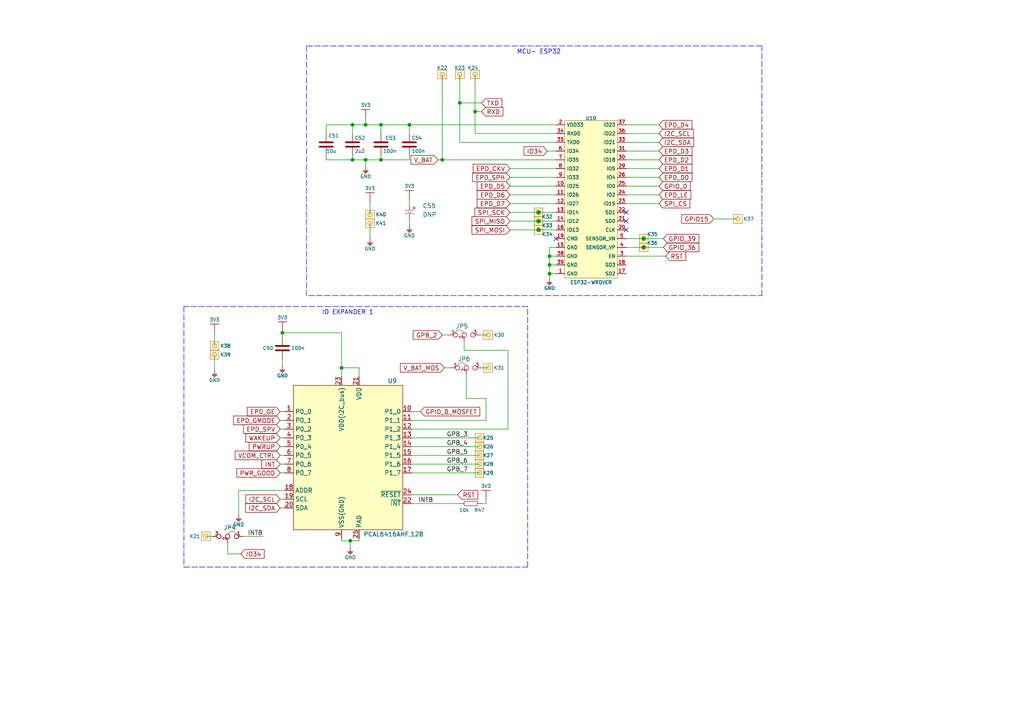
<source format=kicad_sch>
(kicad_sch (version 20211123) (generator eeschema)

  (uuid 1eb3a867-2551-4c40-a31f-e6614d7f2be0)

  (paper "A4")

  (title_block
    (title "Soldered Inkplate 5")
    (date "2023-07-18")
    (rev "V1.2.0.")
    (company "SOLDERED")
    (comment 1 "333255")
  )

  (lib_symbols
    (symbol "e-radionica.com schematics:0603C" (pin_numbers hide) (pin_names (offset 0.002)) (in_bom yes) (on_board yes)
      (property "Reference" "C" (id 0) (at 0 3.81 0)
        (effects (font (size 1 1)))
      )
      (property "Value" "0603C" (id 1) (at 0 -3.175 0)
        (effects (font (size 1 1)))
      )
      (property "Footprint" "e-radionica.com footprinti:0603C" (id 2) (at 0.635 -4.445 0)
        (effects (font (size 1 1)) hide)
      )
      (property "Datasheet" "" (id 3) (at 0 0 0)
        (effects (font (size 1 1)) hide)
      )
      (symbol "0603C_0_1"
        (polyline
          (pts
            (xy -0.635 1.905)
            (xy -0.635 -1.905)
          )
          (stroke (width 0.5) (type default) (color 0 0 0 0))
          (fill (type none))
        )
        (polyline
          (pts
            (xy 0.635 1.905)
            (xy 0.635 -1.905)
          )
          (stroke (width 0.5) (type default) (color 0 0 0 0))
          (fill (type none))
        )
      )
      (symbol "0603C_1_1"
        (pin passive line (at -3.175 0 0) (length 2.54)
          (name "~" (effects (font (size 1.27 1.27))))
          (number "1" (effects (font (size 1.27 1.27))))
        )
        (pin passive line (at 3.175 0 180) (length 2.54)
          (name "~" (effects (font (size 1.27 1.27))))
          (number "2" (effects (font (size 1.27 1.27))))
        )
      )
    )
    (symbol "e-radionica.com schematics:0603R" (pin_numbers hide) (pin_names (offset 0.254)) (in_bom yes) (on_board yes)
      (property "Reference" "R" (id 0) (at 0 1.27 0)
        (effects (font (size 1 1)))
      )
      (property "Value" "0603R" (id 1) (at 0 -1.905 0)
        (effects (font (size 1 1)))
      )
      (property "Footprint" "e-radionica.com footprinti:0603R" (id 2) (at 0 -3.81 0)
        (effects (font (size 1 1)) hide)
      )
      (property "Datasheet" "" (id 3) (at -0.635 1.905 0)
        (effects (font (size 1 1)) hide)
      )
      (symbol "0603R_0_1"
        (rectangle (start -1.905 -0.635) (end 1.905 -0.6604)
          (stroke (width 0.1) (type default) (color 0 0 0 0))
          (fill (type none))
        )
        (rectangle (start -1.905 0.635) (end -1.8796 -0.635)
          (stroke (width 0.1) (type default) (color 0 0 0 0))
          (fill (type none))
        )
        (rectangle (start -1.905 0.635) (end 1.905 0.6096)
          (stroke (width 0.1) (type default) (color 0 0 0 0))
          (fill (type none))
        )
        (rectangle (start 1.905 0.635) (end 1.9304 -0.635)
          (stroke (width 0.1) (type default) (color 0 0 0 0))
          (fill (type none))
        )
      )
      (symbol "0603R_1_1"
        (pin passive line (at -3.175 0 0) (length 1.27)
          (name "~" (effects (font (size 1.27 1.27))))
          (number "1" (effects (font (size 1.27 1.27))))
        )
        (pin passive line (at 3.175 0 180) (length 1.27)
          (name "~" (effects (font (size 1.27 1.27))))
          (number "2" (effects (font (size 1.27 1.27))))
        )
      )
    )
    (symbol "e-radionica.com schematics:1206C" (pin_numbers hide) (in_bom yes) (on_board yes)
      (property "Reference" "C" (id 0) (at 0 3.81 0)
        (effects (font (size 1 1)))
      )
      (property "Value" "1206C" (id 1) (at 0 -3.175 0)
        (effects (font (size 1 1)))
      )
      (property "Footprint" "e-radionica.com footprinti:1206C" (id 2) (at 0 -5.08 0)
        (effects (font (size 1 1)) hide)
      )
      (property "Datasheet" "" (id 3) (at 0 0 0)
        (effects (font (size 1 1)) hide)
      )
      (symbol "1206C_0_1"
        (polyline
          (pts
            (xy -0.635 1.905)
            (xy -0.635 -1.905)
          )
          (stroke (width 0.5) (type default) (color 0 0 0 0))
          (fill (type none))
        )
        (polyline
          (pts
            (xy 0.635 1.905)
            (xy 0.635 -1.905)
          )
          (stroke (width 0.5) (type default) (color 0 0 0 0))
          (fill (type none))
        )
      )
      (symbol "1206C_1_1"
        (pin passive line (at -3.175 0 0) (length 2.54)
          (name "~" (effects (font (size 1.27 1.27))))
          (number "1" (effects (font (size 1.27 1.27))))
        )
        (pin passive line (at 3.175 0 180) (length 2.54)
          (name "~" (effects (font (size 1.27 1.27))))
          (number "2" (effects (font (size 1.27 1.27))))
        )
      )
    )
    (symbol "e-radionica.com schematics:2917C" (pin_numbers hide) (pin_names hide) (in_bom yes) (on_board yes)
      (property "Reference" "C?" (id 0) (at 0 0 0)
        (effects (font (size 1.27 1.27)))
      )
      (property "Value" "2917C" (id 1) (at 0 0 0)
        (effects (font (size 1.27 1.27)))
      )
      (property "Footprint" "e-radionica.com footprinti:2917C" (id 2) (at 0 0 0)
        (effects (font (size 1.27 1.27)) hide)
      )
      (property "Datasheet" "" (id 3) (at 0 0 0)
        (effects (font (size 1.27 1.27)) hide)
      )
      (property "ki_description" "TANTAL CAP" (id 4) (at 0 0 0)
        (effects (font (size 1.27 1.27)) hide)
      )
      (symbol "2917C_0_0"
        (text "+" (at -0.635 -1.27 0)
          (effects (font (size 1 1)))
        )
      )
      (symbol "2917C_0_1"
        (polyline
          (pts
            (xy 0 -3.81)
            (xy 0 -1.27)
          )
          (stroke (width 0.1) (type default) (color 0 0 0 0))
          (fill (type none))
        )
        (arc (start 1.2699 -1.27) (mid 0.7439 -2.54) (end 1.2699 -3.81)
          (stroke (width 0.1) (type default) (color 0 0 0 0))
          (fill (type none))
        )
      )
      (symbol "2917C_1_1"
        (pin input line (at -1.27 -2.54 0) (length 1.27)
          (name "+" (effects (font (size 1.27 1.27))))
          (number "1" (effects (font (size 1.27 1.27))))
        )
        (pin input line (at 2.54 -2.54 180) (length 1.8)
          (name "-" (effects (font (size 1.27 1.27))))
          (number "2" (effects (font (size 1.27 1.27))))
        )
      )
    )
    (symbol "e-radionica.com schematics:3V3" (power) (pin_names (offset 0)) (in_bom yes) (on_board yes)
      (property "Reference" "#PWR" (id 0) (at 4.445 0 0)
        (effects (font (size 1 1)) hide)
      )
      (property "Value" "3V3" (id 1) (at 0 3.556 0)
        (effects (font (size 1 1)))
      )
      (property "Footprint" "" (id 2) (at 4.445 3.81 0)
        (effects (font (size 1 1)) hide)
      )
      (property "Datasheet" "" (id 3) (at 4.445 3.81 0)
        (effects (font (size 1 1)) hide)
      )
      (property "ki_keywords" "power-flag" (id 4) (at 0 0 0)
        (effects (font (size 1.27 1.27)) hide)
      )
      (property "ki_description" "Power symbol creates a global label with name \"3V3\"" (id 5) (at 0 0 0)
        (effects (font (size 1.27 1.27)) hide)
      )
      (symbol "3V3_0_1"
        (polyline
          (pts
            (xy -1.27 2.54)
            (xy 1.27 2.54)
          )
          (stroke (width 0.16) (type default) (color 0 0 0 0))
          (fill (type none))
        )
        (polyline
          (pts
            (xy 0 0)
            (xy 0 2.54)
          )
          (stroke (width 0) (type default) (color 0 0 0 0))
          (fill (type none))
        )
      )
      (symbol "3V3_1_1"
        (pin power_in line (at 0 0 90) (length 0) hide
          (name "3V3" (effects (font (size 1.27 1.27))))
          (number "1" (effects (font (size 1.27 1.27))))
        )
      )
    )
    (symbol "e-radionica.com schematics:ESP32-WROVER" (in_bom yes) (on_board yes)
      (property "Reference" "U" (id 0) (at -6.35 25.4 0)
        (effects (font (size 1 1)))
      )
      (property "Value" "ESP32-WROVER" (id 1) (at 0 -22.86 0)
        (effects (font (size 1 1)))
      )
      (property "Footprint" "e-radionica.com footprinti:ESP32-WROVER" (id 2) (at 0 -24.13 0)
        (effects (font (size 1 1)) hide)
      )
      (property "Datasheet" "" (id 3) (at 0 0 0)
        (effects (font (size 1 1)) hide)
      )
      (symbol "ESP32-WROVER_0_1"
        (rectangle (start -7.62 24.13) (end 7.62 -21.59)
          (stroke (width 0.001) (type default) (color 0 0 0 0))
          (fill (type background))
        )
      )
      (symbol "ESP32-WROVER_1_1"
        (pin power_in line (at -10.16 -20.32 0) (length 2.54)
          (name "GND" (effects (font (size 1 1))))
          (number "1" (effects (font (size 1 1))))
        )
        (pin bidirectional line (at -10.16 5.08 0) (length 2.54)
          (name "IO25" (effects (font (size 1 1))))
          (number "10" (effects (font (size 1 1))))
        )
        (pin bidirectional line (at -10.16 2.54 0) (length 2.54)
          (name "IO26" (effects (font (size 1 1))))
          (number "11" (effects (font (size 1 1))))
        )
        (pin bidirectional line (at -10.16 0 0) (length 2.54)
          (name "IO27" (effects (font (size 1 1))))
          (number "12" (effects (font (size 1 1))))
        )
        (pin bidirectional line (at -10.16 -2.54 0) (length 2.54)
          (name "IO14" (effects (font (size 1 1))))
          (number "13" (effects (font (size 1 1))))
        )
        (pin bidirectional line (at -10.16 -5.08 0) (length 2.54)
          (name "IO12" (effects (font (size 1 1))))
          (number "14" (effects (font (size 1 1))))
        )
        (pin power_in line (at -10.16 -12.7 0) (length 2.54)
          (name "GND" (effects (font (size 1 1))))
          (number "15" (effects (font (size 1 1))))
        )
        (pin bidirectional line (at -10.16 -7.62 0) (length 2.54)
          (name "IO13" (effects (font (size 1 1))))
          (number "16" (effects (font (size 1 1))))
        )
        (pin bidirectional line (at 10.16 -20.32 180) (length 2.54)
          (name "SD2" (effects (font (size 1 1))))
          (number "17" (effects (font (size 1 1))))
        )
        (pin bidirectional line (at 10.16 -17.78 180) (length 2.54)
          (name "SD3" (effects (font (size 1 1))))
          (number "18" (effects (font (size 1 1))))
        )
        (pin bidirectional line (at -10.16 -10.16 0) (length 2.54)
          (name "CMD" (effects (font (size 1 1))))
          (number "19" (effects (font (size 1 1))))
        )
        (pin power_in line (at -10.16 22.86 0) (length 2.54)
          (name "VDD33" (effects (font (size 1 1))))
          (number "2" (effects (font (size 1 1))))
        )
        (pin bidirectional line (at 10.16 -7.62 180) (length 2.54)
          (name "CLK" (effects (font (size 1 1))))
          (number "20" (effects (font (size 1 1))))
        )
        (pin bidirectional line (at 10.16 -5.08 180) (length 2.54)
          (name "SD0" (effects (font (size 1 1))))
          (number "21" (effects (font (size 1 1))))
        )
        (pin bidirectional line (at 10.16 -2.54 180) (length 2.54)
          (name "SD1" (effects (font (size 1 1))))
          (number "22" (effects (font (size 1 1))))
        )
        (pin bidirectional line (at 10.16 0 180) (length 2.54)
          (name "IO15" (effects (font (size 1 1))))
          (number "23" (effects (font (size 1 1))))
        )
        (pin bidirectional line (at 10.16 2.54 180) (length 2.54)
          (name "IO2" (effects (font (size 1 1))))
          (number "24" (effects (font (size 1 1))))
        )
        (pin bidirectional line (at 10.16 5.08 180) (length 2.54)
          (name "IO0" (effects (font (size 1 1))))
          (number "25" (effects (font (size 1 1))))
        )
        (pin bidirectional line (at 10.16 7.62 180) (length 2.54)
          (name "IO4" (effects (font (size 1 1))))
          (number "26" (effects (font (size 1 1))))
        )
        (pin bidirectional line (at 10.16 10.16 180) (length 2.54)
          (name "IO5" (effects (font (size 1 1))))
          (number "29" (effects (font (size 1 1))))
        )
        (pin bidirectional line (at 10.16 -15.24 180) (length 2.54)
          (name "EN" (effects (font (size 1 1))))
          (number "3" (effects (font (size 1 1))))
        )
        (pin bidirectional line (at 10.16 12.7 180) (length 2.54)
          (name "IO18" (effects (font (size 1 1))))
          (number "30" (effects (font (size 1 1))))
        )
        (pin bidirectional line (at 10.16 15.24 180) (length 2.54)
          (name "IO19" (effects (font (size 1 1))))
          (number "31" (effects (font (size 1 1))))
        )
        (pin bidirectional line (at 10.16 17.78 180) (length 2.54)
          (name "IO21" (effects (font (size 1 1))))
          (number "33" (effects (font (size 1 1))))
        )
        (pin bidirectional line (at -10.16 20.32 0) (length 2.54)
          (name "RXD0" (effects (font (size 1 1))))
          (number "34" (effects (font (size 1 1))))
        )
        (pin bidirectional line (at -10.16 17.78 0) (length 2.54)
          (name "TXD0" (effects (font (size 1 1))))
          (number "35" (effects (font (size 1 1))))
        )
        (pin bidirectional line (at 10.16 20.32 180) (length 2.54)
          (name "IO22" (effects (font (size 1 1))))
          (number "36" (effects (font (size 1 1))))
        )
        (pin bidirectional line (at 10.16 22.86 180) (length 2.54)
          (name "IO23" (effects (font (size 1 1))))
          (number "37" (effects (font (size 1 1))))
        )
        (pin power_in line (at -10.16 -15.24 0) (length 2.54)
          (name "GND" (effects (font (size 1 1))))
          (number "38" (effects (font (size 1 1))))
        )
        (pin power_in line (at -10.16 -17.78 0) (length 2.54)
          (name "GND" (effects (font (size 1 1))))
          (number "39" (effects (font (size 1 1))))
        )
        (pin bidirectional line (at 10.16 -12.7 180) (length 2.54)
          (name "SENSOR_VP" (effects (font (size 1 1))))
          (number "4" (effects (font (size 1 1))))
        )
        (pin bidirectional line (at 10.16 -10.16 180) (length 2.54)
          (name "SENSOR_VN" (effects (font (size 1 1))))
          (number "5" (effects (font (size 1 1))))
        )
        (pin bidirectional line (at -10.16 15.24 0) (length 2.54)
          (name "IO34" (effects (font (size 1 1))))
          (number "6" (effects (font (size 1 1))))
        )
        (pin bidirectional line (at -10.16 12.7 0) (length 2.54)
          (name "IO35" (effects (font (size 1 1))))
          (number "7" (effects (font (size 1 1))))
        )
        (pin bidirectional line (at -10.16 10.16 0) (length 2.54)
          (name "IO32" (effects (font (size 1 1))))
          (number "8" (effects (font (size 1 1))))
        )
        (pin bidirectional line (at -10.16 7.62 0) (length 2.54)
          (name "IO33" (effects (font (size 1 1))))
          (number "9" (effects (font (size 1 1))))
        )
      )
    )
    (symbol "e-radionica.com schematics:GND" (power) (pin_names (offset 0)) (in_bom yes) (on_board yes)
      (property "Reference" "#PWR" (id 0) (at 4.445 0 0)
        (effects (font (size 1 1)) hide)
      )
      (property "Value" "GND" (id 1) (at 0 -2.921 0)
        (effects (font (size 1 1)))
      )
      (property "Footprint" "" (id 2) (at 4.445 3.81 0)
        (effects (font (size 1 1)) hide)
      )
      (property "Datasheet" "" (id 3) (at 4.445 3.81 0)
        (effects (font (size 1 1)) hide)
      )
      (property "ki_keywords" "power-flag" (id 4) (at 0 0 0)
        (effects (font (size 1.27 1.27)) hide)
      )
      (property "ki_description" "Power symbol creates a global label with name \"GND\"" (id 5) (at 0 0 0)
        (effects (font (size 1.27 1.27)) hide)
      )
      (symbol "GND_0_1"
        (polyline
          (pts
            (xy -0.762 -1.27)
            (xy 0.762 -1.27)
          )
          (stroke (width 0.16) (type default) (color 0 0 0 0))
          (fill (type none))
        )
        (polyline
          (pts
            (xy -0.635 -1.524)
            (xy 0.635 -1.524)
          )
          (stroke (width 0.16) (type default) (color 0 0 0 0))
          (fill (type none))
        )
        (polyline
          (pts
            (xy -0.381 -1.778)
            (xy 0.381 -1.778)
          )
          (stroke (width 0.16) (type default) (color 0 0 0 0))
          (fill (type none))
        )
        (polyline
          (pts
            (xy -0.127 -2.032)
            (xy 0.127 -2.032)
          )
          (stroke (width 0.16) (type default) (color 0 0 0 0))
          (fill (type none))
        )
        (polyline
          (pts
            (xy 0 0)
            (xy 0 -1.27)
          )
          (stroke (width 0.16) (type default) (color 0 0 0 0))
          (fill (type none))
        )
      )
      (symbol "GND_1_1"
        (pin power_in line (at 0 0 270) (length 0) hide
          (name "GND" (effects (font (size 1.27 1.27))))
          (number "1" (effects (font (size 1.27 1.27))))
        )
      )
    )
    (symbol "e-radionica.com schematics:HEADER_MALE_1X1_Inkplate" (pin_numbers hide) (pin_names hide) (in_bom yes) (on_board yes)
      (property "Reference" "K" (id 0) (at 0 2.54 0)
        (effects (font (size 1 1)))
      )
      (property "Value" "HEADER_MALE_1X1_Inkplate" (id 1) (at 0 -2.54 0)
        (effects (font (size 1 1)))
      )
      (property "Footprint" "e-radionica.com footprinti:HEADER_MALE_1X1_Inkplate" (id 2) (at 0 -5.08 0)
        (effects (font (size 1 1)) hide)
      )
      (property "Datasheet" "" (id 3) (at 0 0 0)
        (effects (font (size 1 1)) hide)
      )
      (symbol "HEADER_MALE_1X1_Inkplate_0_1"
        (rectangle (start -1.27 1.27) (end 1.27 -1.27)
          (stroke (width 0.001) (type default) (color 0 0 0 0))
          (fill (type background))
        )
        (circle (center 0 0) (radius 0.635)
          (stroke (width 0.0006) (type default) (color 0 0 0 0))
          (fill (type none))
        )
      )
      (symbol "HEADER_MALE_1X1_Inkplate_1_1"
        (pin passive line (at 0 0 180) (length 0)
          (name "~" (effects (font (size 1 1))))
          (number "1" (effects (font (size 1 1))))
        )
      )
    )
    (symbol "e-radionica.com schematics:PCAL6416AHF,128" (in_bom yes) (on_board yes)
      (property "Reference" "U" (id 0) (at 1.27 -5.08 0)
        (effects (font (size 1.27 1.27)))
      )
      (property "Value" "PCAL6416AHF,128" (id 1) (at 1.27 0 0)
        (effects (font (size 1.27 1.27)))
      )
      (property "Footprint" "e-radionica.com footprinti:PCAL6416AHF,128" (id 2) (at 0 31.75 0)
        (effects (font (size 1.27 1.27)) hide)
      )
      (property "Datasheet" "" (id 3) (at -15.24 11.43 0)
        (effects (font (size 1.27 1.27)) hide)
      )
      (symbol "PCAL6416AHF,128_0_0"
        (rectangle (start -15.24 20.32) (end 16.51 -21.59)
          (stroke (width 0) (type default) (color 0 0 0 0))
          (fill (type background))
        )
        (pin passive line (at 3.81 -24.13 90) (length 2.54)
          (name "PAD" (effects (font (size 1.27 1.27))))
          (number "25" (effects (font (size 1.27 1.27))))
        )
      )
      (symbol "PCAL6416AHF,128_1_1"
        (pin passive line (at -17.78 12.7 0) (length 2.54)
          (name "P0_0" (effects (font (size 1.27 1.27))))
          (number "1" (effects (font (size 1.27 1.27))))
        )
        (pin passive line (at 19.05 12.7 180) (length 2.54)
          (name "P1_0" (effects (font (size 1.27 1.27))))
          (number "10" (effects (font (size 1.27 1.27))))
        )
        (pin passive line (at 19.05 10.16 180) (length 2.54)
          (name "P1_1" (effects (font (size 1.27 1.27))))
          (number "11" (effects (font (size 1.27 1.27))))
        )
        (pin passive line (at 19.05 7.62 180) (length 2.54)
          (name "P1_2" (effects (font (size 1.27 1.27))))
          (number "12" (effects (font (size 1.27 1.27))))
        )
        (pin passive line (at 19.05 5.08 180) (length 2.54)
          (name "P1_3" (effects (font (size 1.27 1.27))))
          (number "13" (effects (font (size 1.27 1.27))))
        )
        (pin passive line (at 19.05 2.54 180) (length 2.54)
          (name "P1_4" (effects (font (size 1.27 1.27))))
          (number "14" (effects (font (size 1.27 1.27))))
        )
        (pin passive line (at 19.05 0 180) (length 2.54)
          (name "P1_5" (effects (font (size 1.27 1.27))))
          (number "15" (effects (font (size 1.27 1.27))))
        )
        (pin passive line (at 19.05 -2.54 180) (length 2.54)
          (name "P1_6" (effects (font (size 1.27 1.27))))
          (number "16" (effects (font (size 1.27 1.27))))
        )
        (pin passive line (at 19.05 -5.08 180) (length 2.54)
          (name "P1_7" (effects (font (size 1.27 1.27))))
          (number "17" (effects (font (size 1.27 1.27))))
        )
        (pin passive line (at -17.78 -10.16 0) (length 2.54)
          (name "ADDR" (effects (font (size 1.27 1.27))))
          (number "18" (effects (font (size 1.27 1.27))))
        )
        (pin passive line (at -17.78 -12.7 0) (length 2.54)
          (name "SCL" (effects (font (size 1.27 1.27))))
          (number "19" (effects (font (size 1.27 1.27))))
        )
        (pin passive line (at -17.78 10.16 0) (length 2.54)
          (name "P0_1" (effects (font (size 1.27 1.27))))
          (number "2" (effects (font (size 1.27 1.27))))
        )
        (pin passive line (at -17.78 -15.24 0) (length 2.54)
          (name "SDA" (effects (font (size 1.27 1.27))))
          (number "20" (effects (font (size 1.27 1.27))))
        )
        (pin passive line (at 3.81 22.86 270) (length 2.54)
          (name "VDD" (effects (font (size 1.27 1.27))))
          (number "21" (effects (font (size 1.27 1.27))))
        )
        (pin passive line (at 19.05 -13.97 180) (length 2.54)
          (name "~{INT}" (effects (font (size 1.27 1.27))))
          (number "22" (effects (font (size 1.27 1.27))))
        )
        (pin passive line (at -1.27 22.86 270) (length 2.54)
          (name "VDD(I2C_bus)" (effects (font (size 1.27 1.27))))
          (number "23" (effects (font (size 1.27 1.27))))
        )
        (pin passive line (at 19.05 -11.43 180) (length 2.54)
          (name "~{RESET}" (effects (font (size 1.27 1.27))))
          (number "24" (effects (font (size 1.27 1.27))))
        )
        (pin passive line (at -17.78 7.62 0) (length 2.54)
          (name "P0_2" (effects (font (size 1.27 1.27))))
          (number "3" (effects (font (size 1.27 1.27))))
        )
        (pin passive line (at -17.78 5.08 0) (length 2.54)
          (name "P0_3" (effects (font (size 1.27 1.27))))
          (number "4" (effects (font (size 1.27 1.27))))
        )
        (pin passive line (at -17.78 2.54 0) (length 2.54)
          (name "P0_4" (effects (font (size 1.27 1.27))))
          (number "5" (effects (font (size 1.27 1.27))))
        )
        (pin passive line (at -17.78 0 0) (length 2.54)
          (name "P0_5" (effects (font (size 1.27 1.27))))
          (number "6" (effects (font (size 1.27 1.27))))
        )
        (pin passive line (at -17.78 -2.54 0) (length 2.54)
          (name "P0_6" (effects (font (size 1.27 1.27))))
          (number "7" (effects (font (size 1.27 1.27))))
        )
        (pin passive line (at -17.78 -5.08 0) (length 2.54)
          (name "P0_7" (effects (font (size 1.27 1.27))))
          (number "8" (effects (font (size 1.27 1.27))))
        )
        (pin passive line (at -1.27 -24.13 90) (length 2.54)
          (name "VSS(GND)" (effects (font (size 1.27 1.27))))
          (number "9" (effects (font (size 1.27 1.27))))
        )
      )
    )
    (symbol "e-radionica.com schematics:SMD_JUMPER_3_PAD_CONNECTED_LEFT_TRACE" (in_bom yes) (on_board yes)
      (property "Reference" "JP" (id 0) (at 0 3.81 0)
        (effects (font (size 1.27 1.27)))
      )
      (property "Value" "SMD_JUMPER_3_PAD_CONNECTED_LEFT_TRACE" (id 1) (at -1.27 -7.62 0)
        (effects (font (size 1.27 1.27)) hide)
      )
      (property "Footprint" "e-radionica.com footprinti:SMD_JUMPER_3_PAD_CONNECTED_LEFT_TRACE" (id 2) (at 2.54 -12.7 0)
        (effects (font (size 1.27 1.27)) hide)
      )
      (property "Datasheet" "" (id 3) (at 0 0 0)
        (effects (font (size 1.27 1.27)) hide)
      )
      (symbol "SMD_JUMPER_3_PAD_CONNECTED_LEFT_TRACE_0_1"
        (arc (start -0.635 0.5842) (mid -1.9346 1.472) (end -3.2512 0.6096)
          (stroke (width 0.1) (type default) (color 0 0 0 0))
          (fill (type none))
        )
      )
      (symbol "SMD_JUMPER_3_PAD_CONNECTED_LEFT_TRACE_1_1"
        (pin passive inverted (at -5.08 0 0) (length 2.54)
          (name "" (effects (font (size 1 1))))
          (number "1" (effects (font (size 1 1))))
        )
        (pin passive inverted (at -0.635 -1.905 90) (length 2.54)
          (name "" (effects (font (size 1 1))))
          (number "2" (effects (font (size 1 1))))
        )
        (pin passive inverted (at 3.81 0 180) (length 2.54)
          (name "" (effects (font (size 1 1))))
          (number "3" (effects (font (size 1 1))))
        )
      )
    )
  )

  (junction (at 156.1923 64.135) (diameter 0) (color 0 0 0 0)
    (uuid 02aac353-e4e5-4249-9981-a66c306f0c84)
  )
  (junction (at 101.6 156.845) (diameter 0) (color 0 0 0 0)
    (uuid 06c2e331-70bf-4509-8109-aa42bf447646)
  )
  (junction (at 81.915 96.52) (diameter 0) (color 0 0 0 0)
    (uuid 131e56c9-a889-4a78-8270-f972e2dad5d6)
  )
  (junction (at 133.35 29.845) (diameter 0) (color 0 0 0 0)
    (uuid 1bb52a9a-ff5e-48b3-bb0b-766125c7abc5)
  )
  (junction (at 110.49 46.355) (diameter 0) (color 0 0 0 0)
    (uuid 2278a3f9-cdda-4afe-856f-18b5d2bc7ca4)
  )
  (junction (at 106.045 36.195) (diameter 0) (color 0 0 0 0)
    (uuid 23764654-979e-4506-a52b-4c13ccd20221)
  )
  (junction (at 110.49 36.195) (diameter 0) (color 0 0 0 0)
    (uuid 247d3ed2-57c9-45a5-9e52-5394e61510a1)
  )
  (junction (at 159.385 74.295) (diameter 0) (color 0 0 0 0)
    (uuid 2d961883-8fad-4615-b075-c1c8d642286e)
  )
  (junction (at 186.69 69.215) (diameter 0) (color 0 0 0 0)
    (uuid 3427a8cc-530f-4b3b-bd69-88e5fddc77c3)
  )
  (junction (at 102.235 46.355) (diameter 0) (color 0 0 0 0)
    (uuid 39b928b1-91a5-48d0-9100-15f1a5b05cdd)
  )
  (junction (at 159.385 79.375) (diameter 0) (color 0 0 0 0)
    (uuid 3b77d772-88a3-4d4c-93fc-01ce4a1afe73)
  )
  (junction (at 99.06 106.68) (diameter 0) (color 0 0 0 0)
    (uuid 5a61e233-0c1a-4c8e-80b4-17e18aa4003e)
  )
  (junction (at 106.045 46.355) (diameter 0) (color 0 0 0 0)
    (uuid 60fcf04a-6b65-4127-869a-478a2d303b7d)
  )
  (junction (at 118.745 36.195) (diameter 0) (color 0 0 0 0)
    (uuid 67920389-35bd-4311-bd36-f20f9edabf59)
  )
  (junction (at 156.1923 61.595) (diameter 0) (color 0 0 0 0)
    (uuid 6a88cbdb-8193-400d-9770-7726834a5db8)
  )
  (junction (at 128.27 46.355) (diameter 0) (color 0 0 0 0)
    (uuid a39fa973-d3ad-49e3-aaea-4e5a6f703e6d)
  )
  (junction (at 186.69 71.755) (diameter 0) (color 0 0 0 0)
    (uuid ba763026-c25b-4be9-b120-a927b8f74b4a)
  )
  (junction (at 137.795 32.385) (diameter 0) (color 0 0 0 0)
    (uuid c5396a32-a4b0-453e-b88f-2b837bfbabb2)
  )
  (junction (at 159.385 76.835) (diameter 0) (color 0 0 0 0)
    (uuid c66c2733-9ace-45c5-9d05-f807f7525102)
  )
  (junction (at 102.235 36.195) (diameter 0) (color 0 0 0 0)
    (uuid d5827760-fc0f-47e7-9fe0-57e5cc08c032)
  )
  (junction (at 156.21 66.675) (diameter 0) (color 0 0 0 0)
    (uuid e4e51866-507a-41fb-8550-98148a84fc00)
  )

  (no_connect (at 181.61 61.595) (uuid 05eb5a3a-9c80-46ab-8861-85776df175f2))
  (no_connect (at 181.61 64.135) (uuid 23e91ff3-00c9-4f86-a750-f9e14350bc68))
  (no_connect (at 181.61 66.675) (uuid 87f60ac6-8551-4264-b723-35e130bf5a61))
  (no_connect (at 161.29 69.215) (uuid ac152acb-68da-4747-a387-80629db6d9b5))

  (wire (pts (xy 102.235 36.195) (xy 102.235 38.735))
    (stroke (width 0) (type default) (color 0 0 0 0))
    (uuid 05503645-d468-4116-b833-0aadb3936c46)
  )
  (wire (pts (xy 81.915 96.52) (xy 81.915 97.79))
    (stroke (width 0) (type default) (color 0 0 0 0))
    (uuid 0842006d-cba0-4f87-8074-969545f8a3b8)
  )
  (wire (pts (xy 147.955 66.675) (xy 156.21 66.675))
    (stroke (width 0) (type default) (color 0 0 0 0))
    (uuid 0b88247b-b63d-4d85-aa55-143293cf208c)
  )
  (wire (pts (xy 119.38 119.38) (xy 121.92 119.38))
    (stroke (width 0) (type default) (color 0 0 0 0))
    (uuid 0f72cb3a-5bce-4f77-ab62-401038c386b7)
  )
  (wire (pts (xy 119.38 121.92) (xy 140.97 121.92))
    (stroke (width 0) (type default) (color 0 0 0 0))
    (uuid 114600bf-1d86-4a63-bd6a-84aead7f8e2a)
  )
  (wire (pts (xy 118.745 57.785) (xy 118.745 59.69))
    (stroke (width 0) (type default) (color 0 0 0 0))
    (uuid 117cb5e6-604d-4108-9db8-4e84fbdc4162)
  )
  (wire (pts (xy 181.61 46.355) (xy 191.135 46.355))
    (stroke (width 0) (type default) (color 0 0 0 0))
    (uuid 171eac30-b01d-4d91-937a-31556ff3e00d)
  )
  (wire (pts (xy 156.1923 64.135) (xy 161.29 64.135))
    (stroke (width 0) (type default) (color 0 0 0 0))
    (uuid 180c963a-e859-4051-95b8-96d2b983ff5b)
  )
  (polyline (pts (xy 153.035 164.465) (xy 153.035 88.9))
    (stroke (width 0) (type default) (color 0 0 0 0))
    (uuid 18676ab2-5865-4de6-90d3-ffb97579580f)
  )

  (wire (pts (xy 181.61 51.435) (xy 191.135 51.435))
    (stroke (width 0) (type default) (color 0 0 0 0))
    (uuid 1a699f8d-dd44-4118-b227-02d371cfaaa6)
  )
  (wire (pts (xy 134.62 101.6) (xy 147.32 101.6))
    (stroke (width 0) (type default) (color 0 0 0 0))
    (uuid 1b3fca46-00b5-442c-9d75-f1f9f27c016b)
  )
  (wire (pts (xy 69.215 142.24) (xy 69.215 149.225))
    (stroke (width 0) (type default) (color 0 0 0 0))
    (uuid 1f4381c8-6e0b-491d-8cd6-60f9f94715cb)
  )
  (wire (pts (xy 186.69 71.755) (xy 192.405 71.755))
    (stroke (width 0) (type default) (color 0 0 0 0))
    (uuid 1f6a280c-02f7-41a2-af9f-44fb04f0a9b2)
  )
  (wire (pts (xy 159.385 79.375) (xy 161.29 79.375))
    (stroke (width 0) (type default) (color 0 0 0 0))
    (uuid 2043b267-db8a-4b79-b1f7-3bae19480de4)
  )
  (wire (pts (xy 181.61 38.735) (xy 191.135 38.735))
    (stroke (width 0) (type default) (color 0 0 0 0))
    (uuid 21dc0cf4-aadf-4824-880d-275a4e5ecf10)
  )
  (wire (pts (xy 181.61 69.215) (xy 186.69 69.215))
    (stroke (width 0) (type default) (color 0 0 0 0))
    (uuid 247a1d34-d818-4510-b372-372c8143eca4)
  )
  (wire (pts (xy 156.21 66.675) (xy 161.29 66.675))
    (stroke (width 0) (type default) (color 0 0 0 0))
    (uuid 2706ab33-fc94-441a-a4fb-fed3b63d4222)
  )
  (wire (pts (xy 181.61 36.195) (xy 191.135 36.195))
    (stroke (width 0) (type default) (color 0 0 0 0))
    (uuid 29d9084d-42a5-4e13-b871-69490731fceb)
  )
  (wire (pts (xy 81.28 121.92) (xy 82.55 121.92))
    (stroke (width 0) (type default) (color 0 0 0 0))
    (uuid 2a7b7a11-1ce5-45e1-b7e7-7061c0d3df9e)
  )
  (wire (pts (xy 106.045 46.355) (xy 106.045 48.26))
    (stroke (width 0) (type default) (color 0 0 0 0))
    (uuid 2af68d81-2b60-47b9-a9f1-2828985651c9)
  )
  (wire (pts (xy 119.38 137.16) (xy 139.065 137.16))
    (stroke (width 0) (type default) (color 0 0 0 0))
    (uuid 2b50abee-358f-4eaa-94f8-3cee5a069d58)
  )
  (wire (pts (xy 106.045 34.29) (xy 106.045 36.195))
    (stroke (width 0) (type default) (color 0 0 0 0))
    (uuid 2cb70363-f916-4b6d-a749-73de94589d98)
  )
  (wire (pts (xy 107.315 58.42) (xy 107.315 62.23))
    (stroke (width 0) (type default) (color 0 0 0 0))
    (uuid 2debfe0c-8efb-4aa0-8f30-adb90f9af078)
  )
  (wire (pts (xy 106.045 36.195) (xy 102.235 36.195))
    (stroke (width 0) (type default) (color 0 0 0 0))
    (uuid 2e3e105f-d773-4bb7-8920-19d1366a942c)
  )
  (wire (pts (xy 181.61 59.055) (xy 191.135 59.055))
    (stroke (width 0) (type default) (color 0 0 0 0))
    (uuid 2ee286a3-8013-4f60-96bd-35e1c1cac564)
  )
  (wire (pts (xy 140.97 144.78) (xy 140.97 146.05))
    (stroke (width 0) (type default) (color 0 0 0 0))
    (uuid 3110a1ba-c860-4dcf-84f5-710ac901dc8f)
  )
  (wire (pts (xy 104.14 156.21) (xy 104.14 156.845))
    (stroke (width 0) (type default) (color 0 0 0 0))
    (uuid 320e4612-7744-4431-a098-6909e184783b)
  )
  (wire (pts (xy 147.955 59.055) (xy 161.29 59.055))
    (stroke (width 0) (type default) (color 0 0 0 0))
    (uuid 33cb573f-6fab-4242-b353-bdb03e807471)
  )
  (wire (pts (xy 118.745 45.085) (xy 118.745 46.355))
    (stroke (width 0) (type default) (color 0 0 0 0))
    (uuid 3c56dc72-d09f-4a11-8c5b-92cca02389cf)
  )
  (wire (pts (xy 147.32 101.6) (xy 147.32 124.46))
    (stroke (width 0) (type default) (color 0 0 0 0))
    (uuid 3cc8a5a8-0311-46ab-a9e8-a5152cfe065a)
  )
  (wire (pts (xy 81.28 134.62) (xy 82.55 134.62))
    (stroke (width 0) (type default) (color 0 0 0 0))
    (uuid 3ea60ad3-1787-4023-945e-398d75553cdc)
  )
  (polyline (pts (xy 220.98 13.335) (xy 88.9 13.335))
    (stroke (width 0) (type default) (color 0 0 0 0))
    (uuid 42e18cdf-0b70-426f-aa90-a8b54f3a1e48)
  )

  (wire (pts (xy 119.38 127) (xy 139.065 127))
    (stroke (width 0) (type default) (color 0 0 0 0))
    (uuid 436a417a-d9e7-42bc-ab5b-0dc3c6eb29c2)
  )
  (wire (pts (xy 81.915 96.52) (xy 99.06 96.52))
    (stroke (width 0) (type default) (color 0 0 0 0))
    (uuid 43a8ad93-8652-4fc3-98b3-63bf31afc512)
  )
  (wire (pts (xy 134.62 99.06) (xy 134.62 101.6))
    (stroke (width 0) (type default) (color 0 0 0 0))
    (uuid 44875c2d-c5ca-4ba1-9f5a-e348cf878559)
  )
  (wire (pts (xy 102.235 46.355) (xy 106.045 46.355))
    (stroke (width 0) (type default) (color 0 0 0 0))
    (uuid 4598eeff-0fda-4978-a9ed-b0a2d2e9a1ec)
  )
  (wire (pts (xy 135.255 108.585) (xy 135.255 115.57))
    (stroke (width 0) (type default) (color 0 0 0 0))
    (uuid 46883b41-1ec5-4622-b4e3-2cebaa8c855c)
  )
  (wire (pts (xy 69.85 160.655) (xy 66.04 160.655))
    (stroke (width 0) (type default) (color 0 0 0 0))
    (uuid 4b2ad35e-49f0-4cf1-bf9a-a204be9bd718)
  )
  (wire (pts (xy 62.23 107.315) (xy 62.23 102.87))
    (stroke (width 0) (type default) (color 0 0 0 0))
    (uuid 4cf29f4f-7b1f-4bcb-ae58-fd42cb5b93c1)
  )
  (wire (pts (xy 81.28 144.78) (xy 82.55 144.78))
    (stroke (width 0) (type default) (color 0 0 0 0))
    (uuid 4d928f50-97e1-40c0-9048-ec3f0785101b)
  )
  (wire (pts (xy 133.35 29.845) (xy 133.35 41.275))
    (stroke (width 0) (type default) (color 0 0 0 0))
    (uuid 4f55bb9a-2934-4e2b-82e9-2ff43a0f5e7d)
  )
  (wire (pts (xy 101.6 156.845) (xy 101.6 158.75))
    (stroke (width 0) (type default) (color 0 0 0 0))
    (uuid 4f8a9d51-7c9d-429d-b137-4f819e84e5e6)
  )
  (wire (pts (xy 99.06 156.21) (xy 99.06 156.845))
    (stroke (width 0) (type default) (color 0 0 0 0))
    (uuid 509045a6-efd8-4f8e-acfb-a9707399fbe2)
  )
  (wire (pts (xy 104.14 109.22) (xy 104.14 106.68))
    (stroke (width 0) (type default) (color 0 0 0 0))
    (uuid 50b7e915-bc6a-41a3-a1ad-3bbec88c54a7)
  )
  (wire (pts (xy 81.28 129.54) (xy 82.55 129.54))
    (stroke (width 0) (type default) (color 0 0 0 0))
    (uuid 522b87e4-799e-4dc0-b493-39ac0340c158)
  )
  (wire (pts (xy 81.28 137.16) (xy 82.55 137.16))
    (stroke (width 0) (type default) (color 0 0 0 0))
    (uuid 56370f0d-e7fd-46bc-8325-abad2eafcb18)
  )
  (wire (pts (xy 81.28 124.46) (xy 82.55 124.46))
    (stroke (width 0) (type default) (color 0 0 0 0))
    (uuid 574a8461-71af-45bb-b051-776a6d083600)
  )
  (wire (pts (xy 159.385 74.295) (xy 159.385 76.835))
    (stroke (width 0) (type default) (color 0 0 0 0))
    (uuid 577394a3-a65a-47b3-83f4-33b62b4411af)
  )
  (polyline (pts (xy 153.035 88.9) (xy 53.34 88.9))
    (stroke (width 0) (type default) (color 0 0 0 0))
    (uuid 5802c69e-391d-4df1-89a5-58398feeaaa3)
  )

  (wire (pts (xy 159.385 74.295) (xy 161.29 74.295))
    (stroke (width 0) (type default) (color 0 0 0 0))
    (uuid 5a5a2671-2d95-42af-8d64-5b74d3ae70ce)
  )
  (wire (pts (xy 94.615 45.085) (xy 94.615 46.355))
    (stroke (width 0) (type default) (color 0 0 0 0))
    (uuid 5d4155f6-d80e-43f1-9d23-7a017f7e5ceb)
  )
  (wire (pts (xy 118.745 46.355) (xy 110.49 46.355))
    (stroke (width 0) (type default) (color 0 0 0 0))
    (uuid 605ac148-1718-4629-9314-5ac6b9e07d90)
  )
  (wire (pts (xy 107.315 69.215) (xy 107.315 64.77))
    (stroke (width 0) (type default) (color 0 0 0 0))
    (uuid 60737ab3-e4ac-4065-8d28-34ea8c87e69d)
  )
  (polyline (pts (xy 88.9 13.335) (xy 88.9 85.725))
    (stroke (width 0) (type default) (color 0 0 0 0))
    (uuid 638083dc-be97-41b6-bd5b-121ec395264d)
  )

  (wire (pts (xy 81.28 127) (xy 82.55 127))
    (stroke (width 0) (type default) (color 0 0 0 0))
    (uuid 63b63932-540b-4e25-9115-8bd7f682f4a5)
  )
  (wire (pts (xy 81.28 119.38) (xy 82.55 119.38))
    (stroke (width 0) (type default) (color 0 0 0 0))
    (uuid 698bbf8a-4ca6-46c3-affe-aee254ec9eb4)
  )
  (polyline (pts (xy 220.98 85.725) (xy 220.98 13.335))
    (stroke (width 0) (type default) (color 0 0 0 0))
    (uuid 6f1d0465-1165-4bcd-80d6-e02a35593265)
  )

  (wire (pts (xy 118.745 36.195) (xy 110.49 36.195))
    (stroke (width 0) (type default) (color 0 0 0 0))
    (uuid 704d76e6-9f9c-439d-ac2d-4d70a19210db)
  )
  (wire (pts (xy 147.955 64.135) (xy 156.1923 64.135))
    (stroke (width 0) (type default) (color 0 0 0 0))
    (uuid 709de853-99a5-4494-be08-c32f97486296)
  )
  (wire (pts (xy 128.27 46.355) (xy 161.29 46.355))
    (stroke (width 0) (type default) (color 0 0 0 0))
    (uuid 723c264b-d6c5-4a6b-b494-88d3b438be3d)
  )
  (wire (pts (xy 128.27 97.155) (xy 130.175 97.155))
    (stroke (width 0) (type default) (color 0 0 0 0))
    (uuid 75cf8b5a-9a7c-4378-98e3-1489af44a039)
  )
  (wire (pts (xy 70.485 155.575) (xy 76.2 155.575))
    (stroke (width 0) (type default) (color 0 0 0 0))
    (uuid 772ae1f7-a965-4fb1-8bdc-feb0160f604e)
  )
  (wire (pts (xy 159.385 76.835) (xy 161.29 76.835))
    (stroke (width 0) (type default) (color 0 0 0 0))
    (uuid 7d84195b-3635-4e37-bdd5-67c79c92526c)
  )
  (wire (pts (xy 159.385 79.375) (xy 159.385 80.645))
    (stroke (width 0) (type default) (color 0 0 0 0))
    (uuid 808a7667-66cc-4b52-9370-dd145cdef2de)
  )
  (wire (pts (xy 118.745 63.5) (xy 118.745 65.405))
    (stroke (width 0) (type default) (color 0 0 0 0))
    (uuid 822ceebc-1ba6-46a5-a5c8-c22ab2c88b42)
  )
  (wire (pts (xy 94.615 36.195) (xy 94.615 38.735))
    (stroke (width 0) (type default) (color 0 0 0 0))
    (uuid 8a526c63-0715-48d7-9441-ec9813460ef8)
  )
  (wire (pts (xy 99.06 156.845) (xy 101.6 156.845))
    (stroke (width 0) (type default) (color 0 0 0 0))
    (uuid 8a7ad35d-a7da-41fd-8da4-76bfad5872df)
  )
  (wire (pts (xy 181.61 74.295) (xy 193.04 74.295))
    (stroke (width 0) (type default) (color 0 0 0 0))
    (uuid 8c11ed55-532f-47c2-be21-61f2828e4482)
  )
  (wire (pts (xy 130.81 106.68) (xy 128.905 106.68))
    (stroke (width 0) (type default) (color 0 0 0 0))
    (uuid 8c41307a-409d-4e28-a599-e8f5f9e16cc9)
  )
  (wire (pts (xy 69.215 142.24) (xy 82.55 142.24))
    (stroke (width 0) (type default) (color 0 0 0 0))
    (uuid 8e1547c5-5094-4c88-8d22-524c6cd71552)
  )
  (wire (pts (xy 186.69 69.215) (xy 192.405 69.215))
    (stroke (width 0) (type default) (color 0 0 0 0))
    (uuid 8f9572ee-069d-493a-95a8-ef8194dc787b)
  )
  (wire (pts (xy 156.1923 61.595) (xy 161.29 61.595))
    (stroke (width 0) (type default) (color 0 0 0 0))
    (uuid 912af769-71fc-4e0d-a09c-cc47b5981512)
  )
  (polyline (pts (xy 53.34 88.9) (xy 53.34 164.465))
    (stroke (width 0) (type default) (color 0 0 0 0))
    (uuid 91343bc9-2b5f-4365-88de-9a99f0066903)
  )

  (wire (pts (xy 181.61 53.975) (xy 191.135 53.975))
    (stroke (width 0) (type default) (color 0 0 0 0))
    (uuid 95f94e92-c9bc-46fe-85f5-71d6e18d9f39)
  )
  (wire (pts (xy 147.955 51.435) (xy 161.29 51.435))
    (stroke (width 0) (type default) (color 0 0 0 0))
    (uuid 96857e40-9923-40de-b646-379f4dfe44f3)
  )
  (wire (pts (xy 147.955 56.515) (xy 161.29 56.515))
    (stroke (width 0) (type default) (color 0 0 0 0))
    (uuid 96ab5f4f-10d5-49dd-8446-7dd0f0ca0705)
  )
  (wire (pts (xy 81.28 147.32) (xy 82.55 147.32))
    (stroke (width 0) (type default) (color 0 0 0 0))
    (uuid 973e010a-84d3-46e7-92d4-bd2d5b1e9926)
  )
  (wire (pts (xy 119.38 124.46) (xy 147.32 124.46))
    (stroke (width 0) (type default) (color 0 0 0 0))
    (uuid 9934b221-5ba3-4818-a1bb-58c6b7a85d4e)
  )
  (wire (pts (xy 99.06 109.22) (xy 99.06 106.68))
    (stroke (width 0) (type default) (color 0 0 0 0))
    (uuid 9be5693c-b86f-40e0-ab3e-41dcf440d054)
  )
  (wire (pts (xy 161.29 71.755) (xy 159.385 71.755))
    (stroke (width 0) (type default) (color 0 0 0 0))
    (uuid a6ba63a5-0008-49d1-8be7-624b6a293efd)
  )
  (wire (pts (xy 159.385 76.835) (xy 159.385 79.375))
    (stroke (width 0) (type default) (color 0 0 0 0))
    (uuid a7bcb625-7832-4185-a108-111a3618788b)
  )
  (wire (pts (xy 181.61 56.515) (xy 191.135 56.515))
    (stroke (width 0) (type default) (color 0 0 0 0))
    (uuid a9978ecb-0433-4d42-b708-57b1e0d35c9b)
  )
  (wire (pts (xy 137.795 32.385) (xy 139.7 32.385))
    (stroke (width 0) (type default) (color 0 0 0 0))
    (uuid ab2e8616-923a-4229-aff8-a80d5bd0df85)
  )
  (wire (pts (xy 66.04 160.655) (xy 66.04 157.48))
    (stroke (width 0) (type default) (color 0 0 0 0))
    (uuid af895bb1-1c16-4ec1-88f7-26b2c14267b8)
  )
  (wire (pts (xy 135.255 115.57) (xy 140.97 115.57))
    (stroke (width 0) (type default) (color 0 0 0 0))
    (uuid afeb3808-85f0-436e-a08a-c95158463c04)
  )
  (wire (pts (xy 110.49 46.355) (xy 106.045 46.355))
    (stroke (width 0) (type default) (color 0 0 0 0))
    (uuid b027b67e-5355-42ed-a488-e543bd4de75b)
  )
  (wire (pts (xy 139.7 146.05) (xy 140.97 146.05))
    (stroke (width 0) (type default) (color 0 0 0 0))
    (uuid b10fe3ca-ca9c-4d8b-aa35-1dd001a59a12)
  )
  (wire (pts (xy 59.69 155.575) (xy 61.595 155.575))
    (stroke (width 0) (type default) (color 0 0 0 0))
    (uuid b1381719-3c35-4475-98a6-373b54b0a37e)
  )
  (wire (pts (xy 207.01 63.5) (xy 213.995 63.5))
    (stroke (width 0) (type default) (color 0 0 0 0))
    (uuid b22473f3-fac3-4c6a-9423-13097f9521e0)
  )
  (wire (pts (xy 110.49 36.195) (xy 106.045 36.195))
    (stroke (width 0) (type default) (color 0 0 0 0))
    (uuid b38411c4-9a5b-4706-8d56-2d867557bb61)
  )
  (wire (pts (xy 81.915 95.885) (xy 81.915 96.52))
    (stroke (width 0) (type default) (color 0 0 0 0))
    (uuid b38b154b-fb85-4de5-9e81-2cc73b709575)
  )
  (wire (pts (xy 81.915 104.14) (xy 81.915 106.045))
    (stroke (width 0) (type default) (color 0 0 0 0))
    (uuid b473088c-c1df-4db0-b8ff-b54d2b4d3d44)
  )
  (wire (pts (xy 104.14 156.845) (xy 101.6 156.845))
    (stroke (width 0) (type default) (color 0 0 0 0))
    (uuid b51eb450-aefd-45a9-838e-7a591a951aa4)
  )
  (polyline (pts (xy 53.34 164.465) (xy 57.785 164.465))
    (stroke (width 0) (type default) (color 0 0 0 0))
    (uuid b6744f69-34b1-4597-8c3d-fecb6117089a)
  )

  (wire (pts (xy 119.38 134.62) (xy 139.065 134.62))
    (stroke (width 0) (type default) (color 0 0 0 0))
    (uuid b93ce9ed-e32c-425e-b720-a6da02bdb03c)
  )
  (wire (pts (xy 133.35 29.845) (xy 139.7 29.845))
    (stroke (width 0) (type default) (color 0 0 0 0))
    (uuid bc27a2ef-3dce-4e4a-ad91-29228559c34a)
  )
  (wire (pts (xy 133.35 41.275) (xy 161.29 41.275))
    (stroke (width 0) (type default) (color 0 0 0 0))
    (uuid bd7df01e-9de7-460c-805e-2b5505bacae0)
  )
  (wire (pts (xy 62.23 96.52) (xy 62.23 100.33))
    (stroke (width 0) (type default) (color 0 0 0 0))
    (uuid c66cac81-f3d8-4056-a92d-310de3cfaff5)
  )
  (wire (pts (xy 147.955 48.895) (xy 161.29 48.895))
    (stroke (width 0) (type default) (color 0 0 0 0))
    (uuid c8092da0-4cde-4e17-b386-3db4ede08aae)
  )
  (wire (pts (xy 181.61 71.755) (xy 186.69 71.755))
    (stroke (width 0) (type default) (color 0 0 0 0))
    (uuid c839a305-896e-41b3-8ab6-f5d19793dbde)
  )
  (polyline (pts (xy 57.785 164.465) (xy 153.035 164.465))
    (stroke (width 0) (type default) (color 0 0 0 0))
    (uuid cb2394e0-a18c-426b-bb4d-f08191481e42)
  )

  (wire (pts (xy 137.795 32.385) (xy 137.795 38.735))
    (stroke (width 0) (type default) (color 0 0 0 0))
    (uuid cca81266-1112-47d1-a89a-ef83814909f6)
  )
  (wire (pts (xy 102.235 36.195) (xy 94.615 36.195))
    (stroke (width 0) (type default) (color 0 0 0 0))
    (uuid cfff1fa1-cc79-40bf-bf5b-10e33eab3ae2)
  )
  (wire (pts (xy 181.61 48.895) (xy 191.135 48.895))
    (stroke (width 0) (type default) (color 0 0 0 0))
    (uuid d08c605b-c193-4da2-aafb-e73b11a98338)
  )
  (polyline (pts (xy 89.535 85.725) (xy 220.98 85.725))
    (stroke (width 0) (type default) (color 0 0 0 0))
    (uuid d1d03cba-1901-4d13-a350-ee6e57a18a95)
  )

  (wire (pts (xy 119.38 146.05) (xy 133.35 146.05))
    (stroke (width 0) (type default) (color 0 0 0 0))
    (uuid d21b7992-f072-4a96-a40f-ebf7222d3701)
  )
  (wire (pts (xy 110.49 45.085) (xy 110.49 46.355))
    (stroke (width 0) (type default) (color 0 0 0 0))
    (uuid d28b8a31-2555-4b19-920e-399918b326de)
  )
  (wire (pts (xy 159.385 71.755) (xy 159.385 74.295))
    (stroke (width 0) (type default) (color 0 0 0 0))
    (uuid d4b53558-27e5-4e63-89b1-0adf479a7354)
  )
  (wire (pts (xy 104.14 106.68) (xy 99.06 106.68))
    (stroke (width 0) (type default) (color 0 0 0 0))
    (uuid d51dd526-a6ec-466b-9ebb-a29468f2cf33)
  )
  (wire (pts (xy 137.795 38.735) (xy 161.29 38.735))
    (stroke (width 0) (type default) (color 0 0 0 0))
    (uuid d88b5d86-8a06-4acb-8f16-80590407b0fc)
  )
  (wire (pts (xy 181.61 41.275) (xy 191.135 41.275))
    (stroke (width 0) (type default) (color 0 0 0 0))
    (uuid d88cadc1-07c2-4fd3-91a8-993f7ebb36d5)
  )
  (wire (pts (xy 119.38 143.51) (xy 132.715 143.51))
    (stroke (width 0) (type default) (color 0 0 0 0))
    (uuid d995edf0-7d19-4a6d-8a25-445991f26196)
  )
  (wire (pts (xy 118.745 36.195) (xy 118.745 38.735))
    (stroke (width 0) (type default) (color 0 0 0 0))
    (uuid db3e1710-bb7c-4fb9-a23a-dc81b61688f7)
  )
  (wire (pts (xy 147.955 53.975) (xy 161.29 53.975))
    (stroke (width 0) (type default) (color 0 0 0 0))
    (uuid dbf958fc-733c-4234-a3f6-8c75635f4395)
  )
  (wire (pts (xy 137.795 21.59) (xy 137.795 32.385))
    (stroke (width 0) (type default) (color 0 0 0 0))
    (uuid dc3df28d-34c0-4bcc-a103-8ca63bf35cc4)
  )
  (wire (pts (xy 110.49 36.195) (xy 110.49 38.735))
    (stroke (width 0) (type default) (color 0 0 0 0))
    (uuid dcba009d-fbf2-4367-8c9f-229dfc1a6ea3)
  )
  (wire (pts (xy 81.28 132.08) (xy 82.55 132.08))
    (stroke (width 0) (type default) (color 0 0 0 0))
    (uuid dd58f661-0592-418e-b392-0756cfb2add0)
  )
  (wire (pts (xy 99.06 106.68) (xy 99.06 96.52))
    (stroke (width 0) (type default) (color 0 0 0 0))
    (uuid dfacbd83-a9d7-49e0-9421-2b758ae2ac2a)
  )
  (wire (pts (xy 158.75 43.815) (xy 161.29 43.815))
    (stroke (width 0) (type default) (color 0 0 0 0))
    (uuid e2688183-caee-4840-b179-894b09ac8d46)
  )
  (wire (pts (xy 102.235 45.085) (xy 102.235 46.355))
    (stroke (width 0) (type default) (color 0 0 0 0))
    (uuid e6bc7249-5422-422b-9052-2610b90553c9)
  )
  (wire (pts (xy 119.38 129.54) (xy 139.065 129.54))
    (stroke (width 0) (type default) (color 0 0 0 0))
    (uuid e81cd630-b1a9-493a-83e7-45f3025210e3)
  )
  (wire (pts (xy 141.605 106.68) (xy 139.7 106.68))
    (stroke (width 0) (type default) (color 0 0 0 0))
    (uuid eb949700-d263-4ac1-816c-b82922ebc989)
  )
  (wire (pts (xy 147.955 61.595) (xy 156.1923 61.595))
    (stroke (width 0) (type default) (color 0 0 0 0))
    (uuid ebe06a15-37e8-4d2f-97a5-4f024f52e265)
  )
  (wire (pts (xy 94.615 46.355) (xy 102.235 46.355))
    (stroke (width 0) (type default) (color 0 0 0 0))
    (uuid f337e8f6-3cc4-4c1c-a524-bb6a080dd1cf)
  )
  (wire (pts (xy 140.97 121.92) (xy 140.97 115.57))
    (stroke (width 0) (type default) (color 0 0 0 0))
    (uuid f51e34fb-5104-4116-bd4b-35dfd05771f6)
  )
  (wire (pts (xy 133.35 21.59) (xy 133.35 29.845))
    (stroke (width 0) (type default) (color 0 0 0 0))
    (uuid f67b7e55-7a3c-4b45-98e0-ed0ab0f89ccc)
  )
  (wire (pts (xy 139.065 97.155) (xy 141.605 97.155))
    (stroke (width 0) (type default) (color 0 0 0 0))
    (uuid f9ef2180-ddc7-4a92-a005-ae70e218f583)
  )
  (wire (pts (xy 128.27 21.59) (xy 128.27 46.355))
    (stroke (width 0) (type default) (color 0 0 0 0))
    (uuid fa657672-90f3-48d2-ac27-1faa65b2e742)
  )
  (wire (pts (xy 161.29 36.195) (xy 118.745 36.195))
    (stroke (width 0) (type default) (color 0 0 0 0))
    (uuid fa747173-6150-4b8a-9d37-8823e4488dee)
  )
  (wire (pts (xy 181.61 43.815) (xy 191.135 43.815))
    (stroke (width 0) (type default) (color 0 0 0 0))
    (uuid fa90b76f-338d-4d40-9879-7fbe7b346a53)
  )
  (wire (pts (xy 127 46.355) (xy 128.27 46.355))
    (stroke (width 0) (type default) (color 0 0 0 0))
    (uuid fbbb9538-c24d-4437-9344-de6534617b76)
  )
  (wire (pts (xy 119.38 132.08) (xy 139.065 132.08))
    (stroke (width 0) (type default) (color 0 0 0 0))
    (uuid fc7893e4-1139-4178-b5a5-ff2b6f7b21f2)
  )

  (text "IO EXPANDER 1" (at 93.345 91.44 0)
    (effects (font (size 1.27 1.27)) (justify left bottom))
    (uuid 90de5409-ca1e-410f-888b-d6ce06252c11)
  )
  (text "MCU- ESP32" (at 149.86 15.875 0)
    (effects (font (size 1.27 1.27)) (justify left bottom))
    (uuid 94385e72-6400-4915-8fe1-e7c4351b499d)
  )

  (label "GPB_3" (at 129.54 127 0)
    (effects (font (size 1.27 1.27)) (justify left bottom))
    (uuid 153fff4e-99da-4205-91b2-e678163ec285)
  )
  (label "GPB_6" (at 129.54 134.62 0)
    (effects (font (size 1.27 1.27)) (justify left bottom))
    (uuid 288386b4-bc86-40e8-9e0f-14604265c5ff)
  )
  (label "GPB_5" (at 129.54 132.08 0)
    (effects (font (size 1.27 1.27)) (justify left bottom))
    (uuid 42f3203c-c312-40ac-a95a-f36e2a5587ef)
  )
  (label "INTB" (at 76.2 155.575 180)
    (effects (font (size 1.27 1.27)) (justify right bottom))
    (uuid 493a54e7-8430-4b20-8eb6-d70bde50a0fb)
  )
  (label "INTB" (at 121.285 146.05 0)
    (effects (font (size 1.27 1.27)) (justify left bottom))
    (uuid 4cb2f587-fc29-46f3-9778-aadb5735eb29)
  )
  (label "GPB_7" (at 129.54 137.16 0)
    (effects (font (size 1.27 1.27)) (justify left bottom))
    (uuid 50a7e1cf-4053-4976-8bf8-4d2c9cecdb9b)
  )
  (label "GPB_4" (at 129.54 129.54 0)
    (effects (font (size 1.27 1.27)) (justify left bottom))
    (uuid b8d628c7-fe1b-490d-9679-1e093c024096)
  )

  (global_label "GPIO15" (shape input) (at 207.01 63.5 180) (fields_autoplaced)
    (effects (font (size 1.27 1.27)) (justify right))
    (uuid 0348f33b-2aab-4d8d-b13f-f8fe21afc463)
    (property "Intersheet References" "${INTERSHEET_REFS}" (id 0) (at 197.7026 63.4206 0)
      (effects (font (size 1.27 1.27)) (justify right) hide)
    )
  )
  (global_label "I2C_SDA" (shape input) (at 191.135 41.275 0) (fields_autoplaced)
    (effects (font (size 1.27 1.27)) (justify left))
    (uuid 0e5b2f59-1041-43a9-b9d1-7854f4ae2044)
    (property "Intersheet References" "${INTERSHEET_REFS}" (id 0) (at 201.1681 41.1956 0)
      (effects (font (size 1.27 1.27)) (justify left) hide)
    )
  )
  (global_label "SPI_MOSI" (shape input) (at 147.955 66.675 180) (fields_autoplaced)
    (effects (font (size 1.27 1.27)) (justify right))
    (uuid 0f8f4633-6781-43ed-9136-1dc50fb85d5c)
    (property "Intersheet References" "${INTERSHEET_REFS}" (id 0) (at 136.8938 66.5956 0)
      (effects (font (size 1.27 1.27)) (justify right) hide)
    )
  )
  (global_label "IO34" (shape input) (at 69.85 160.655 0) (fields_autoplaced)
    (effects (font (size 1.27 1.27)) (justify left))
    (uuid 12936782-4570-4c6a-9479-d3dd210b6d99)
    (property "Intersheet References" "${INTERSHEET_REFS}" (id 0) (at 76.6174 160.5756 0)
      (effects (font (size 1.27 1.27)) (justify left) hide)
    )
  )
  (global_label "GPIO_0_MOSFET" (shape input) (at 121.92 119.38 0) (fields_autoplaced)
    (effects (font (size 1.27 1.27)) (justify left))
    (uuid 1e5ef123-08c3-4ac3-9cb1-ea57970533bc)
    (property "Intersheet References" "${INTERSHEET_REFS}" (id 0) (at 139.1498 119.3006 0)
      (effects (font (size 1.27 1.27)) (justify left) hide)
    )
  )
  (global_label "IO34" (shape input) (at 158.75 43.815 180) (fields_autoplaced)
    (effects (font (size 1.27 1.27)) (justify right))
    (uuid 1f4e04a7-fa82-4dc2-b605-c687fb62ba38)
    (property "Intersheet References" "${INTERSHEET_REFS}" (id 0) (at 151.9826 43.8944 0)
      (effects (font (size 1.27 1.27)) (justify right) hide)
    )
  )
  (global_label "V_BAT_MOS" (shape input) (at 128.905 106.68 180) (fields_autoplaced)
    (effects (font (size 1.27 1.27)) (justify right))
    (uuid 231a79b6-6a0f-4915-a913-866f57121c4e)
    (property "Intersheet References" "${INTERSHEET_REFS}" (id 0) (at 116.1505 106.6006 0)
      (effects (font (size 1.27 1.27)) (justify right) hide)
    )
  )
  (global_label "PWRUP" (shape input) (at 81.28 129.54 180) (fields_autoplaced)
    (effects (font (size 1.27 1.27)) (justify right))
    (uuid 2ddf7248-e932-4e3a-a0d7-14df98ccaddd)
    (property "Intersheet References" "${INTERSHEET_REFS}" (id 0) (at 72.275 129.6194 0)
      (effects (font (size 1.27 1.27)) (justify right) hide)
    )
  )
  (global_label "EPD_GMODE" (shape input) (at 81.28 121.92 180) (fields_autoplaced)
    (effects (font (size 1.27 1.27)) (justify right))
    (uuid 42943f27-4e90-434c-9f7b-07f22f1ac2dd)
    (property "Intersheet References" "${INTERSHEET_REFS}" (id 0) (at 67.7393 121.8406 0)
      (effects (font (size 1.27 1.27)) (justify right) hide)
    )
  )
  (global_label "EPD_D2" (shape input) (at 191.135 46.355 0) (fields_autoplaced)
    (effects (font (size 1.27 1.27)) (justify left))
    (uuid 47a95a50-5c21-4bab-90e0-8c36054923d7)
    (property "Intersheet References" "${INTERSHEET_REFS}" (id 0) (at 200.6843 46.2756 0)
      (effects (font (size 1.27 1.27)) (justify left) hide)
    )
  )
  (global_label "EPD_SPV" (shape input) (at 81.28 124.46 180) (fields_autoplaced)
    (effects (font (size 1.27 1.27)) (justify right))
    (uuid 51bab3ac-3324-4e37-964e-34900d1fadf2)
    (property "Intersheet References" "${INTERSHEET_REFS}" (id 0) (at 70.6421 124.3806 0)
      (effects (font (size 1.27 1.27)) (justify right) hide)
    )
  )
  (global_label "I2C_SCL" (shape input) (at 191.135 38.735 0) (fields_autoplaced)
    (effects (font (size 1.27 1.27)) (justify left))
    (uuid 53de39ee-50b8-4895-ace3-fa87a0831070)
    (property "Intersheet References" "${INTERSHEET_REFS}" (id 0) (at 201.1076 38.6556 0)
      (effects (font (size 1.27 1.27)) (justify left) hide)
    )
  )
  (global_label "GPB_2" (shape input) (at 128.27 97.155 180) (fields_autoplaced)
    (effects (font (size 1.27 1.27)) (justify right))
    (uuid 569f74c5-897f-46c9-b812-ad85c7fe4cf9)
    (property "Intersheet References" "${INTERSHEET_REFS}" (id 0) (at 119.8698 97.2344 0)
      (effects (font (size 1.27 1.27)) (justify right) hide)
    )
  )
  (global_label "EPD_LE" (shape input) (at 191.135 56.515 0) (fields_autoplaced)
    (effects (font (size 1.27 1.27)) (justify left))
    (uuid 5a7c6fb4-81b9-4f4f-9322-0f25c11d0ded)
    (property "Intersheet References" "${INTERSHEET_REFS}" (id 0) (at 200.3819 56.4356 0)
      (effects (font (size 1.27 1.27)) (justify left) hide)
    )
  )
  (global_label "VCOM_CTRL" (shape input) (at 81.28 132.08 180) (fields_autoplaced)
    (effects (font (size 1.27 1.27)) (justify right))
    (uuid 5d51d459-faa7-49d2-a172-acefe4e06653)
    (property "Intersheet References" "${INTERSHEET_REFS}" (id 0) (at 68.2231 132.1594 0)
      (effects (font (size 1.27 1.27)) (justify right) hide)
    )
  )
  (global_label "EPD_D4" (shape input) (at 191.135 36.195 0) (fields_autoplaced)
    (effects (font (size 1.27 1.27)) (justify left))
    (uuid 6520b6ee-412f-4b6a-ae39-c5d077d64d21)
    (property "Intersheet References" "${INTERSHEET_REFS}" (id 0) (at 200.6843 36.1156 0)
      (effects (font (size 1.27 1.27)) (justify left) hide)
    )
  )
  (global_label "SPI_MISO" (shape input) (at 147.955 64.135 180) (fields_autoplaced)
    (effects (font (size 1.27 1.27)) (justify right))
    (uuid 6b505da7-0050-41a5-9401-9da96a9e9675)
    (property "Intersheet References" "${INTERSHEET_REFS}" (id 0) (at 136.8938 64.0556 0)
      (effects (font (size 1.27 1.27)) (justify right) hide)
    )
  )
  (global_label "EPD_OE" (shape input) (at 81.28 119.38 180) (fields_autoplaced)
    (effects (font (size 1.27 1.27)) (justify right))
    (uuid 780fcc67-1f20-4ab3-a0b4-a05a80902c96)
    (property "Intersheet References" "${INTERSHEET_REFS}" (id 0) (at 71.7307 119.3006 0)
      (effects (font (size 1.27 1.27)) (justify right) hide)
    )
  )
  (global_label "WAKEUP" (shape input) (at 81.28 127 180) (fields_autoplaced)
    (effects (font (size 1.27 1.27)) (justify right))
    (uuid 877192c7-57b7-4d82-92cc-f5f22373c1e6)
    (property "Intersheet References" "${INTERSHEET_REFS}" (id 0) (at 71.3074 127.0794 0)
      (effects (font (size 1.27 1.27)) (justify right) hide)
    )
  )
  (global_label "I2C_SCL" (shape input) (at 81.28 144.78 180) (fields_autoplaced)
    (effects (font (size 1.27 1.27)) (justify right))
    (uuid 8797ff27-3f37-4e46-94b5-76a28dd9fab1)
    (property "Intersheet References" "${INTERSHEET_REFS}" (id 0) (at 71.3074 144.7006 0)
      (effects (font (size 1.27 1.27)) (justify right) hide)
    )
  )
  (global_label "INT" (shape input) (at 81.28 134.62 180) (fields_autoplaced)
    (effects (font (size 1.27 1.27)) (justify right))
    (uuid 8dcf4a49-ea6b-4067-af70-77a8c453edef)
    (property "Intersheet References" "${INTERSHEET_REFS}" (id 0) (at 75.964 134.6994 0)
      (effects (font (size 1.27 1.27)) (justify right) hide)
    )
  )
  (global_label "GPIO_0" (shape input) (at 191.135 53.975 0) (fields_autoplaced)
    (effects (font (size 1.27 1.27)) (justify left))
    (uuid 960c6b15-fd13-4dfc-bd26-b65ff1a82e95)
    (property "Intersheet References" "${INTERSHEET_REFS}" (id 0) (at 200.2005 54.0544 0)
      (effects (font (size 1.27 1.27)) (justify left) hide)
    )
  )
  (global_label "EPD_D7" (shape input) (at 147.955 59.055 180) (fields_autoplaced)
    (effects (font (size 1.27 1.27)) (justify right))
    (uuid 9762a083-a3d2-43e1-84aa-9f64fee93278)
    (property "Intersheet References" "${INTERSHEET_REFS}" (id 0) (at 138.4057 58.9756 0)
      (effects (font (size 1.27 1.27)) (justify right) hide)
    )
  )
  (global_label "PWR_GOOD" (shape input) (at 81.28 137.16 180) (fields_autoplaced)
    (effects (font (size 1.27 1.27)) (justify right))
    (uuid a12a3bad-510d-4adf-b7b3-d85154ba2cd9)
    (property "Intersheet References" "${INTERSHEET_REFS}" (id 0) (at 68.7069 137.2394 0)
      (effects (font (size 1.27 1.27)) (justify right) hide)
    )
  )
  (global_label "TXD" (shape input) (at 139.7 29.845 0) (fields_autoplaced)
    (effects (font (size 1.27 1.27)) (justify left))
    (uuid a64fdbc9-8fbc-44da-bf7e-10fdc13b7363)
    (property "Intersheet References" "${INTERSHEET_REFS}" (id 0) (at 145.5602 29.7656 0)
      (effects (font (size 1.27 1.27)) (justify left) hide)
    )
  )
  (global_label "EPD_D6" (shape input) (at 147.955 56.515 180) (fields_autoplaced)
    (effects (font (size 1.27 1.27)) (justify right))
    (uuid ab978e88-1f04-4626-8dc6-af497627ce41)
    (property "Intersheet References" "${INTERSHEET_REFS}" (id 0) (at 138.4057 56.4356 0)
      (effects (font (size 1.27 1.27)) (justify right) hide)
    )
  )
  (global_label "GPIO_36" (shape input) (at 192.405 71.755 0) (fields_autoplaced)
    (effects (font (size 1.27 1.27)) (justify left))
    (uuid acd2dbe6-cee1-44cd-a3af-7ff6f0f2e6ae)
    (property "Intersheet References" "${INTERSHEET_REFS}" (id 0) (at 202.68 71.6756 0)
      (effects (font (size 1.27 1.27)) (justify left) hide)
    )
  )
  (global_label "EPD_D5" (shape input) (at 147.955 53.975 180) (fields_autoplaced)
    (effects (font (size 1.27 1.27)) (justify right))
    (uuid adcd1ecf-f305-45e9-995a-f689e8af4d1a)
    (property "Intersheet References" "${INTERSHEET_REFS}" (id 0) (at 138.4057 53.8956 0)
      (effects (font (size 1.27 1.27)) (justify right) hide)
    )
  )
  (global_label "EPD_D3" (shape input) (at 191.135 43.815 0) (fields_autoplaced)
    (effects (font (size 1.27 1.27)) (justify left))
    (uuid af866b8b-77f7-4015-a272-6515e1f70011)
    (property "Intersheet References" "${INTERSHEET_REFS}" (id 0) (at 200.6843 43.7356 0)
      (effects (font (size 1.27 1.27)) (justify left) hide)
    )
  )
  (global_label "EPD_SPH" (shape input) (at 147.955 51.435 180) (fields_autoplaced)
    (effects (font (size 1.27 1.27)) (justify right))
    (uuid bd913842-3629-469b-b397-dcbcbcd7129a)
    (property "Intersheet References" "${INTERSHEET_REFS}" (id 0) (at 137.0752 51.3556 0)
      (effects (font (size 1.27 1.27)) (justify right) hide)
    )
  )
  (global_label "SPI_CS" (shape input) (at 191.135 59.055 0) (fields_autoplaced)
    (effects (font (size 1.27 1.27)) (justify left))
    (uuid c5b6c780-4978-472e-852d-3f15777043e5)
    (property "Intersheet References" "${INTERSHEET_REFS}" (id 0) (at 200.0795 58.9756 0)
      (effects (font (size 1.27 1.27)) (justify left) hide)
    )
  )
  (global_label "EPD_D1" (shape input) (at 191.135 48.895 0) (fields_autoplaced)
    (effects (font (size 1.27 1.27)) (justify left))
    (uuid c95c9512-a0e2-41af-ae7e-f468c1c095a4)
    (property "Intersheet References" "${INTERSHEET_REFS}" (id 0) (at 200.6843 48.8156 0)
      (effects (font (size 1.27 1.27)) (justify left) hide)
    )
  )
  (global_label "EPD_CKV" (shape input) (at 147.955 48.895 180) (fields_autoplaced)
    (effects (font (size 1.27 1.27)) (justify right))
    (uuid cbc38e11-111a-4d60-adae-597c3c9be0be)
    (property "Intersheet References" "${INTERSHEET_REFS}" (id 0) (at 137.2567 48.8156 0)
      (effects (font (size 1.27 1.27)) (justify right) hide)
    )
  )
  (global_label "I2C_SDA" (shape input) (at 81.28 147.32 180) (fields_autoplaced)
    (effects (font (size 1.27 1.27)) (justify right))
    (uuid ce65f56c-7152-4ba2-9b02-73fcfb4d2e96)
    (property "Intersheet References" "${INTERSHEET_REFS}" (id 0) (at 71.2469 147.2406 0)
      (effects (font (size 1.27 1.27)) (justify right) hide)
    )
  )
  (global_label "V_BAT" (shape input) (at 127 46.355 180) (fields_autoplaced)
    (effects (font (size 1.27 1.27)) (justify right))
    (uuid deb28d46-2807-4121-9720-a1d98043b365)
    (property "Intersheet References" "${INTERSHEET_REFS}" (id 0) (at 119.2045 46.2756 0)
      (effects (font (size 1.27 1.27)) (justify right) hide)
    )
  )
  (global_label "EPD_D0" (shape input) (at 191.135 51.435 0) (fields_autoplaced)
    (effects (font (size 1.27 1.27)) (justify left))
    (uuid e6a7976e-dbb5-4279-a3dc-fa08ebd75882)
    (property "Intersheet References" "${INTERSHEET_REFS}" (id 0) (at 200.6843 51.3556 0)
      (effects (font (size 1.27 1.27)) (justify left) hide)
    )
  )
  (global_label "GPIO_39" (shape input) (at 192.405 69.215 0) (fields_autoplaced)
    (effects (font (size 1.27 1.27)) (justify left))
    (uuid ea99efd2-8a5f-4a28-80ec-c36a3619dde0)
    (property "Intersheet References" "${INTERSHEET_REFS}" (id 0) (at 202.68 69.1356 0)
      (effects (font (size 1.27 1.27)) (justify left) hide)
    )
  )
  (global_label "RST" (shape input) (at 193.04 74.295 0) (fields_autoplaced)
    (effects (font (size 1.27 1.27)) (justify left))
    (uuid eb3ab683-2ce6-436a-bbd4-c1957df0b723)
    (property "Intersheet References" "${INTERSHEET_REFS}" (id 0) (at 198.9002 74.2156 0)
      (effects (font (size 1.27 1.27)) (justify left) hide)
    )
  )
  (global_label "RXD" (shape input) (at 139.7 32.385 0) (fields_autoplaced)
    (effects (font (size 1.27 1.27)) (justify left))
    (uuid eb5a50df-e1f2-4c62-ab30-4336e153ce74)
    (property "Intersheet References" "${INTERSHEET_REFS}" (id 0) (at 145.8626 32.3056 0)
      (effects (font (size 1.27 1.27)) (justify left) hide)
    )
  )
  (global_label "SPI_SCK" (shape input) (at 147.955 61.595 180) (fields_autoplaced)
    (effects (font (size 1.27 1.27)) (justify right))
    (uuid ed6bad2a-6212-4f56-858b-fbbbf76e0874)
    (property "Intersheet References" "${INTERSHEET_REFS}" (id 0) (at 137.7405 61.5156 0)
      (effects (font (size 1.27 1.27)) (justify right) hide)
    )
  )
  (global_label "RST" (shape input) (at 132.715 143.51 0) (fields_autoplaced)
    (effects (font (size 1.27 1.27)) (justify left))
    (uuid fbb0b07e-bd46-4a84-b8b1-f0f0b553d207)
    (property "Intersheet References" "${INTERSHEET_REFS}" (id 0) (at 138.5752 143.4306 0)
      (effects (font (size 1.27 1.27)) (justify left) hide)
    )
  )

  (symbol (lib_id "e-radionica.com schematics:HEADER_MALE_1X1_Inkplate") (at 186.69 69.215 0) (mirror y) (unit 1)
    (in_bom yes) (on_board yes)
    (uuid 067a7ecf-b9d0-44d0-9f81-fa8bde29ca1c)
    (property "Reference" "K35" (id 0) (at 189.23 67.945 0)
      (effects (font (size 1 1)))
    )
    (property "Value" "HEADER_MALE_1X1_Inkplate" (id 1) (at 186.69 66.04 0)
      (effects (font (size 1 1)) hide)
    )
    (property "Footprint" "e-radionica.com footprinti:HEADER_MALE_1X1_Inkplate" (id 2) (at 186.69 74.295 0)
      (effects (font (size 1 1)) hide)
    )
    (property "Datasheet" "" (id 3) (at 186.69 69.215 0)
      (effects (font (size 1 1)) hide)
    )
    (pin "1" (uuid 03326bc4-e68d-4d67-9fcf-ff8b8422fcf6))
  )

  (symbol (lib_id "e-radionica.com schematics:1206C") (at 94.615 41.91 90) (unit 1)
    (in_bom yes) (on_board yes)
    (uuid 074efabd-fb5a-4c99-ac42-636db38e300a)
    (property "Reference" "C51" (id 0) (at 95.25 39.37 90)
      (effects (font (size 1 1)) (justify right))
    )
    (property "Value" "10u" (id 1) (at 94.615 43.815 90)
      (effects (font (size 1 1)) (justify right))
    )
    (property "Footprint" "e-radionica.com footprinti:1206C" (id 2) (at 99.695 41.91 0)
      (effects (font (size 1 1)) hide)
    )
    (property "Datasheet" "" (id 3) (at 94.615 41.91 0)
      (effects (font (size 1 1)) hide)
    )
    (pin "1" (uuid 8f92adb5-87f5-437b-8622-3db23a4f7ceb))
    (pin "2" (uuid 8c0cebac-2202-489d-b43d-ea71717cdcf3))
  )

  (symbol (lib_id "e-radionica.com schematics:3V3") (at 107.315 58.42 0) (unit 1)
    (in_bom yes) (on_board yes) (fields_autoplaced)
    (uuid 0c216f53-90cc-4c42-b102-158b40877ca2)
    (property "Reference" "#PWR0215" (id 0) (at 111.76 58.42 0)
      (effects (font (size 1 1)) hide)
    )
    (property "Value" "3V3" (id 1) (at 107.315 54.61 0)
      (effects (font (size 1 1)))
    )
    (property "Footprint" "" (id 2) (at 111.76 54.61 0)
      (effects (font (size 1 1)) hide)
    )
    (property "Datasheet" "" (id 3) (at 111.76 54.61 0)
      (effects (font (size 1 1)) hide)
    )
    (pin "1" (uuid f46649c2-2cfe-45f9-b717-762c6178cfd2))
  )

  (symbol (lib_id "e-radionica.com schematics:2917C") (at 121.285 60.96 270) (unit 1)
    (in_bom yes) (on_board yes) (fields_autoplaced)
    (uuid 13ab6dcb-c133-4558-9cc7-d479f2abca06)
    (property "Reference" "C55" (id 0) (at 122.555 59.6916 90)
      (effects (font (size 1.27 1.27)) (justify left))
    )
    (property "Value" "DNP" (id 1) (at 122.555 62.2316 90)
      (effects (font (size 1.27 1.27)) (justify left))
    )
    (property "Footprint" "e-radionica.com footprinti:2917C" (id 2) (at 121.285 60.96 0)
      (effects (font (size 1.27 1.27)) hide)
    )
    (property "Datasheet" "" (id 3) (at 121.285 60.96 0)
      (effects (font (size 1.27 1.27)) hide)
    )
    (pin "1" (uuid 47c254d0-5671-4f86-9a2c-4ed7f025196a))
    (pin "2" (uuid 7217567e-c70b-4b05-a50b-74aab2320d36))
  )

  (symbol (lib_id "e-radionica.com schematics:HEADER_MALE_1X1_Inkplate") (at 156.1923 64.135 0) (mirror y) (unit 1)
    (in_bom yes) (on_board yes)
    (uuid 1866795d-aab8-43c7-a04e-35f02078b897)
    (property "Reference" "K33" (id 0) (at 158.75 65.405 0)
      (effects (font (size 1 1)))
    )
    (property "Value" "HEADER_MALE_1X1_Inkplate" (id 1) (at 156.1923 60.96 0)
      (effects (font (size 1 1)) hide)
    )
    (property "Footprint" "e-radionica.com footprinti:HEADER_MALE_1X1_Inkplate" (id 2) (at 156.1923 69.215 0)
      (effects (font (size 1 1)) hide)
    )
    (property "Datasheet" "" (id 3) (at 156.1923 64.135 0)
      (effects (font (size 1 1)) hide)
    )
    (pin "1" (uuid db10b576-7e27-4078-b503-75475f37cf58))
  )

  (symbol (lib_id "e-radionica.com schematics:GND") (at 62.23 107.315 0) (unit 1)
    (in_bom yes) (on_board yes) (fields_autoplaced)
    (uuid 1cfab0b7-c993-4045-8b89-24fc8290fce4)
    (property "Reference" "#PWR0206" (id 0) (at 66.675 107.315 0)
      (effects (font (size 1 1)) hide)
    )
    (property "Value" "GND" (id 1) (at 62.23 110.236 0)
      (effects (font (size 1 1)))
    )
    (property "Footprint" "" (id 2) (at 66.675 103.505 0)
      (effects (font (size 1 1)) hide)
    )
    (property "Datasheet" "" (id 3) (at 66.675 103.505 0)
      (effects (font (size 1 1)) hide)
    )
    (pin "1" (uuid 05e649b2-bdf1-46b2-87a7-ef2b4cd4ea82))
  )

  (symbol (lib_id "e-radionica.com schematics:GND") (at 81.915 106.045 0) (unit 1)
    (in_bom yes) (on_board yes) (fields_autoplaced)
    (uuid 255c5630-23f6-4b43-b8ab-6e608cfbeba9)
    (property "Reference" "#PWR0252" (id 0) (at 86.36 106.045 0)
      (effects (font (size 1 1)) hide)
    )
    (property "Value" "GND" (id 1) (at 81.915 108.966 0)
      (effects (font (size 1 1)))
    )
    (property "Footprint" "" (id 2) (at 86.36 102.235 0)
      (effects (font (size 1 1)) hide)
    )
    (property "Datasheet" "" (id 3) (at 86.36 102.235 0)
      (effects (font (size 1 1)) hide)
    )
    (pin "1" (uuid eb9039ba-de86-4a7f-821a-cbfd86dcbd27))
  )

  (symbol (lib_id "e-radionica.com schematics:HEADER_MALE_1X1_Inkplate") (at 62.23 102.87 0) (mirror y) (unit 1)
    (in_bom yes) (on_board yes)
    (uuid 291e32d1-9c2a-4cb8-9a22-34a7758429c0)
    (property "Reference" "K39" (id 0) (at 65.405 102.87 0)
      (effects (font (size 1 1)))
    )
    (property "Value" "HEADER_MALE_1X1_Inkplate" (id 1) (at 62.23 99.695 0)
      (effects (font (size 1 1)) hide)
    )
    (property "Footprint" "e-radionica.com footprinti:HEADER_MALE_1X1_Inkplate" (id 2) (at 62.23 107.95 0)
      (effects (font (size 1 1)) hide)
    )
    (property "Datasheet" "" (id 3) (at 62.23 102.87 0)
      (effects (font (size 1 1)) hide)
    )
    (pin "1" (uuid 507b2315-5d90-4f6a-9511-75ecb02adb3f))
  )

  (symbol (lib_id "e-radionica.com schematics:HEADER_MALE_1X1_Inkplate") (at 137.795 21.59 0) (mirror y) (unit 1)
    (in_bom yes) (on_board yes)
    (uuid 2dd87611-c213-4d4e-91a4-4d78410c6506)
    (property "Reference" "K24" (id 0) (at 137.16 19.685 0)
      (effects (font (size 1 1)))
    )
    (property "Value" "HEADER_MALE_1X1_Inkplate" (id 1) (at 137.795 18.415 0)
      (effects (font (size 1 1)) hide)
    )
    (property "Footprint" "e-radionica.com footprinti:HEADER_MALE_1X1_Inkplate" (id 2) (at 137.795 26.67 0)
      (effects (font (size 1 1)) hide)
    )
    (property "Datasheet" "" (id 3) (at 137.795 21.59 0)
      (effects (font (size 1 1)) hide)
    )
    (pin "1" (uuid 89840a69-0368-410a-bb62-1a0accb1188e))
  )

  (symbol (lib_id "e-radionica.com schematics:GND") (at 101.6 158.75 0) (unit 1)
    (in_bom yes) (on_board yes) (fields_autoplaced)
    (uuid 327e2e0b-e6ea-473a-842d-69122d095de9)
    (property "Reference" "#PWR0255" (id 0) (at 106.045 158.75 0)
      (effects (font (size 1 1)) hide)
    )
    (property "Value" "GND" (id 1) (at 101.6 161.671 0)
      (effects (font (size 1 1)))
    )
    (property "Footprint" "" (id 2) (at 106.045 154.94 0)
      (effects (font (size 1 1)) hide)
    )
    (property "Datasheet" "" (id 3) (at 106.045 154.94 0)
      (effects (font (size 1 1)) hide)
    )
    (pin "1" (uuid 94a5310e-cdb6-47dd-8bce-8a94e5dd6af6))
  )

  (symbol (lib_id "e-radionica.com schematics:GND") (at 69.215 149.225 0) (unit 1)
    (in_bom yes) (on_board yes) (fields_autoplaced)
    (uuid 3335ee41-8e35-410c-b895-f4e122639b9b)
    (property "Reference" "#PWR0253" (id 0) (at 73.66 149.225 0)
      (effects (font (size 1 1)) hide)
    )
    (property "Value" "GND" (id 1) (at 69.215 152.146 0)
      (effects (font (size 1 1)))
    )
    (property "Footprint" "" (id 2) (at 73.66 145.415 0)
      (effects (font (size 1 1)) hide)
    )
    (property "Datasheet" "" (id 3) (at 73.66 145.415 0)
      (effects (font (size 1 1)) hide)
    )
    (pin "1" (uuid 4df7a3cd-f2fa-4682-b7ed-44d5580cb76a))
  )

  (symbol (lib_id "e-radionica.com schematics:HEADER_MALE_1X1_Inkplate") (at 62.23 100.33 0) (mirror y) (unit 1)
    (in_bom yes) (on_board yes)
    (uuid 34fdb13a-0b81-4abd-bd68-82fee8399014)
    (property "Reference" "K38" (id 0) (at 65.405 100.33 0)
      (effects (font (size 1 1)))
    )
    (property "Value" "HEADER_MALE_1X1_Inkplate" (id 1) (at 62.23 97.155 0)
      (effects (font (size 1 1)) hide)
    )
    (property "Footprint" "e-radionica.com footprinti:HEADER_MALE_1X1_Inkplate" (id 2) (at 62.23 105.41 0)
      (effects (font (size 1 1)) hide)
    )
    (property "Datasheet" "" (id 3) (at 62.23 100.33 0)
      (effects (font (size 1 1)) hide)
    )
    (pin "1" (uuid f2a7a2eb-04e3-4508-9aa5-2a29fe7cd717))
  )

  (symbol (lib_id "e-radionica.com schematics:HEADER_MALE_1X1_Inkplate") (at 156.21 66.675 0) (mirror y) (unit 1)
    (in_bom yes) (on_board yes)
    (uuid 3a96c2b5-91b9-40ca-b820-0cb6df8a2067)
    (property "Reference" "K34" (id 0) (at 158.75 67.945 0)
      (effects (font (size 1 1)))
    )
    (property "Value" "HEADER_MALE_1X1_Inkplate" (id 1) (at 156.21 63.5 0)
      (effects (font (size 1 1)) hide)
    )
    (property "Footprint" "e-radionica.com footprinti:HEADER_MALE_1X1_Inkplate" (id 2) (at 156.21 71.755 0)
      (effects (font (size 1 1)) hide)
    )
    (property "Datasheet" "" (id 3) (at 156.21 66.675 0)
      (effects (font (size 1 1)) hide)
    )
    (pin "1" (uuid 6ecc5f23-d80e-4f2d-b05e-6df9215eae3e))
  )

  (symbol (lib_id "e-radionica.com schematics:HEADER_MALE_1X1_Inkplate") (at 186.69 71.755 0) (mirror y) (unit 1)
    (in_bom yes) (on_board yes)
    (uuid 40944443-f93d-4777-8b36-be300cafa39e)
    (property "Reference" "K36" (id 0) (at 189.23 70.485 0)
      (effects (font (size 1 1)))
    )
    (property "Value" "HEADER_MALE_1X1_Inkplate" (id 1) (at 186.69 68.58 0)
      (effects (font (size 1 1)) hide)
    )
    (property "Footprint" "e-radionica.com footprinti:HEADER_MALE_1X1_Inkplate" (id 2) (at 186.69 76.835 0)
      (effects (font (size 1 1)) hide)
    )
    (property "Datasheet" "" (id 3) (at 186.69 71.755 0)
      (effects (font (size 1 1)) hide)
    )
    (pin "1" (uuid 7c9fb125-6494-4538-a45d-d8e9d4b85c7f))
  )

  (symbol (lib_id "e-radionica.com schematics:3V3") (at 62.23 96.52 0) (unit 1)
    (in_bom yes) (on_board yes) (fields_autoplaced)
    (uuid 45e2074e-0841-41d4-9855-9653e251d1b4)
    (property "Reference" "#PWR0167" (id 0) (at 66.675 96.52 0)
      (effects (font (size 1 1)) hide)
    )
    (property "Value" "3V3" (id 1) (at 62.23 92.71 0)
      (effects (font (size 1 1)))
    )
    (property "Footprint" "" (id 2) (at 66.675 92.71 0)
      (effects (font (size 1 1)) hide)
    )
    (property "Datasheet" "" (id 3) (at 66.675 92.71 0)
      (effects (font (size 1 1)) hide)
    )
    (pin "1" (uuid 73008625-bc0a-4423-8e7a-7f2ae49ec4c6))
  )

  (symbol (lib_id "e-radionica.com schematics:HEADER_MALE_1X1_Inkplate") (at 139.065 132.08 0) (mirror y) (unit 1)
    (in_bom yes) (on_board yes)
    (uuid 54d9e608-343e-4356-8f71-22d5056a4987)
    (property "Reference" "K27" (id 0) (at 141.605 132.08 0)
      (effects (font (size 1 1)))
    )
    (property "Value" "HEADER_MALE_1X1_Inkplate" (id 1) (at 139.065 128.905 0)
      (effects (font (size 1 1)) hide)
    )
    (property "Footprint" "e-radionica.com footprinti:HEADER_MALE_1X1_Inkplate" (id 2) (at 139.065 137.16 0)
      (effects (font (size 1 1)) hide)
    )
    (property "Datasheet" "" (id 3) (at 139.065 132.08 0)
      (effects (font (size 1 1)) hide)
    )
    (pin "1" (uuid 147086c5-4beb-466d-b99a-f3efba09532d))
  )

  (symbol (lib_id "e-radionica.com schematics:HEADER_MALE_1X1_Inkplate") (at 156.1923 61.595 0) (mirror y) (unit 1)
    (in_bom yes) (on_board yes)
    (uuid 5dfae7e7-65ed-4c63-aa50-289e4107aafc)
    (property "Reference" "K32" (id 0) (at 158.75 62.865 0)
      (effects (font (size 1 1)))
    )
    (property "Value" "HEADER_MALE_1X1_Inkplate" (id 1) (at 156.1923 58.42 0)
      (effects (font (size 1 1)) hide)
    )
    (property "Footprint" "e-radionica.com footprinti:HEADER_MALE_1X1_Inkplate" (id 2) (at 156.1923 66.675 0)
      (effects (font (size 1 1)) hide)
    )
    (property "Datasheet" "" (id 3) (at 156.1923 61.595 0)
      (effects (font (size 1 1)) hide)
    )
    (pin "1" (uuid 28aefb45-777f-48a8-9578-d583ce3dfa4a))
  )

  (symbol (lib_id "e-radionica.com schematics:HEADER_MALE_1X1_Inkplate") (at 141.605 106.68 0) (mirror y) (unit 1)
    (in_bom yes) (on_board yes)
    (uuid 5fbda7d7-a7f1-40b1-82eb-ef047053198e)
    (property "Reference" "K31" (id 0) (at 144.78 106.68 0)
      (effects (font (size 1 1)))
    )
    (property "Value" "HEADER_MALE_1X1_Inkplate" (id 1) (at 141.605 103.505 0)
      (effects (font (size 1 1)) hide)
    )
    (property "Footprint" "e-radionica.com footprinti:HEADER_MALE_1X1_Inkplate" (id 2) (at 141.605 111.76 0)
      (effects (font (size 1 1)) hide)
    )
    (property "Datasheet" "" (id 3) (at 141.605 106.68 0)
      (effects (font (size 1 1)) hide)
    )
    (pin "1" (uuid 65f16b69-9f56-47eb-8b06-0165db3921d5))
  )

  (symbol (lib_id "e-radionica.com schematics:PCAL6416AHF,128") (at 100.33 132.08 0) (unit 1)
    (in_bom yes) (on_board yes)
    (uuid 60d4bed8-9a50-4e68-89a4-cd260a8e59cc)
    (property "Reference" "U9" (id 0) (at 112.395 110.49 0)
      (effects (font (size 1.27 1.27)) (justify left))
    )
    (property "Value" "PCAL6416AHF,128" (id 1) (at 105.41 154.94 0)
      (effects (font (size 1.27 1.27)) (justify left))
    )
    (property "Footprint" "e-radionica.com footprinti:PCAL6416AHF,128" (id 2) (at 100.33 100.33 0)
      (effects (font (size 1.27 1.27)) hide)
    )
    (property "Datasheet" "" (id 3) (at 85.09 120.65 0)
      (effects (font (size 1.27 1.27)) hide)
    )
    (pin "25" (uuid 37e89a89-deef-44d7-aef1-0e7ee8e4b371))
    (pin "1" (uuid 3a2e478b-0eaa-4e8e-901d-e6695b20133c))
    (pin "10" (uuid b66784b1-0ad5-4cd7-8bc0-86706e25b550))
    (pin "11" (uuid 58a7ac78-89f0-4378-be5c-fd7348702f66))
    (pin "12" (uuid 31d87855-1b45-4567-bf25-5cb63ff09053))
    (pin "13" (uuid 463704cb-501e-4230-aa5c-8c993ee7d28d))
    (pin "14" (uuid 10f4c7ba-356d-4355-a134-81579743558a))
    (pin "15" (uuid eb8e0075-78e6-4b74-b690-43ddd79de83e))
    (pin "16" (uuid 36f1ee11-b0a5-4353-816c-6d991976caea))
    (pin "17" (uuid a991aba0-cfca-4f91-b076-75d8799238f9))
    (pin "18" (uuid 03fbf140-e3a0-4ef6-80a4-2bafab6af536))
    (pin "19" (uuid a3ef9117-e6ec-4cac-ae97-ae5a02ae3ff8))
    (pin "2" (uuid 701ddd58-4321-4272-8110-4173e04c3e8b))
    (pin "20" (uuid 9f7db214-6914-42b2-a6a6-0968b4ac9da1))
    (pin "21" (uuid 8fa4316a-8afd-41b9-b765-872dd31ac04b))
    (pin "22" (uuid 70a4f9ef-cd54-481b-9023-ca99a389a2b8))
    (pin "23" (uuid 52132b2c-213b-41b0-90b0-689d8f5877e9))
    (pin "24" (uuid 5e4ca1a5-fb7d-4319-9790-a934cda761e7))
    (pin "3" (uuid 823a990f-3e81-4cf3-bc32-db93fe4684ed))
    (pin "4" (uuid 25da8d35-de5f-4d34-9349-a7a28756f426))
    (pin "5" (uuid 4e72f6db-aca4-4a72-88ad-8a4729134b6f))
    (pin "6" (uuid 8b7121b0-9dcf-46a4-8a14-c0003a7205e9))
    (pin "7" (uuid 01651723-9899-4292-bf0d-19314d5f2fe5))
    (pin "8" (uuid 173f6b6c-eca0-479b-8f8b-061243888a87))
    (pin "9" (uuid 9c38d33d-72a6-4bca-95f4-3068058b5ec6))
  )

  (symbol (lib_id "e-radionica.com schematics:HEADER_MALE_1X1_Inkplate") (at 59.69 155.575 0) (unit 1)
    (in_bom yes) (on_board yes)
    (uuid 637ce2b6-88fa-43f5-aa54-a6b1c5e223c4)
    (property "Reference" "K21" (id 0) (at 56.515 155.575 0)
      (effects (font (size 1 1)))
    )
    (property "Value" "HEADER_MALE_1X1_Inkplate" (id 1) (at 59.69 152.4 0)
      (effects (font (size 1 1)) hide)
    )
    (property "Footprint" "e-radionica.com footprinti:HEADER_MALE_1X1_Inkplate" (id 2) (at 59.69 160.655 0)
      (effects (font (size 1 1)) hide)
    )
    (property "Datasheet" "" (id 3) (at 59.69 155.575 0)
      (effects (font (size 1 1)) hide)
    )
    (pin "1" (uuid 7a076ecd-fe48-44f7-a3bb-667571e862e9))
  )

  (symbol (lib_id "e-radionica.com schematics:0603C") (at 110.49 41.91 90) (unit 1)
    (in_bom yes) (on_board yes)
    (uuid 6e217e11-98b2-49f9-be14-d7eede9b0e2d)
    (property "Reference" "C53" (id 0) (at 111.76 40.005 90)
      (effects (font (size 1 1)) (justify right))
    )
    (property "Value" "100n" (id 1) (at 111.125 43.815 90)
      (effects (font (size 1 1)) (justify right))
    )
    (property "Footprint" "e-radionica.com footprinti:0603C" (id 2) (at 114.935 41.275 0)
      (effects (font (size 1 1)) hide)
    )
    (property "Datasheet" "" (id 3) (at 110.49 41.91 0)
      (effects (font (size 1 1)) hide)
    )
    (pin "1" (uuid 4f06e626-5ba4-48b7-956c-7078fe5febff))
    (pin "2" (uuid 5a8db75c-1ede-4772-8f5f-c2cf07103026))
  )

  (symbol (lib_id "e-radionica.com schematics:0603C") (at 81.915 100.965 90) (unit 1)
    (in_bom yes) (on_board yes)
    (uuid 733d691f-3191-4592-8d86-b55bae08990a)
    (property "Reference" "C50" (id 0) (at 76.2 100.965 90)
      (effects (font (size 1 1)) (justify right))
    )
    (property "Value" "100n" (id 1) (at 84.455 100.965 90)
      (effects (font (size 1 1)) (justify right))
    )
    (property "Footprint" "e-radionica.com footprinti:0603C" (id 2) (at 86.36 100.33 0)
      (effects (font (size 1 1)) hide)
    )
    (property "Datasheet" "" (id 3) (at 81.915 100.965 0)
      (effects (font (size 1 1)) hide)
    )
    (pin "1" (uuid 4b1c98ef-e831-4ab6-8c4b-78011d725617))
    (pin "2" (uuid 96a75f71-7ad0-425c-98f3-c7f7c775ec37))
  )

  (symbol (lib_id "e-radionica.com schematics:0603C") (at 118.745 41.91 90) (unit 1)
    (in_bom yes) (on_board yes)
    (uuid 74dc880a-7d3d-45d5-aecc-8f9e426a35ab)
    (property "Reference" "C54" (id 0) (at 119.38 40.005 90)
      (effects (font (size 1 1)) (justify right))
    )
    (property "Value" "100n" (id 1) (at 119.38 43.815 90)
      (effects (font (size 1 1)) (justify right))
    )
    (property "Footprint" "e-radionica.com footprinti:0603C" (id 2) (at 123.19 41.275 0)
      (effects (font (size 1 1)) hide)
    )
    (property "Datasheet" "" (id 3) (at 118.745 41.91 0)
      (effects (font (size 1 1)) hide)
    )
    (pin "1" (uuid 5c8827ab-93e9-49c4-8f10-c698b6062453))
    (pin "2" (uuid d14324eb-f0a0-4c87-bec0-54abacdab8c7))
  )

  (symbol (lib_id "e-radionica.com schematics:HEADER_MALE_1X1_Inkplate") (at 107.315 62.23 0) (mirror y) (unit 1)
    (in_bom yes) (on_board yes)
    (uuid 7f4cfa4b-1fed-46e1-ab63-7fd3c2a1dfa6)
    (property "Reference" "K40" (id 0) (at 110.49 62.23 0)
      (effects (font (size 1 1)))
    )
    (property "Value" "HEADER_MALE_1X1_Inkplate" (id 1) (at 107.315 59.055 0)
      (effects (font (size 1 1)) hide)
    )
    (property "Footprint" "e-radionica.com footprinti:HEADER_MALE_1X1_Inkplate" (id 2) (at 107.315 67.31 0)
      (effects (font (size 1 1)) hide)
    )
    (property "Datasheet" "" (id 3) (at 107.315 62.23 0)
      (effects (font (size 1 1)) hide)
    )
    (pin "1" (uuid b686f046-9f07-48b8-85da-492a79412e3b))
  )

  (symbol (lib_id "e-radionica.com schematics:3V3") (at 106.045 34.29 0) (unit 1)
    (in_bom yes) (on_board yes) (fields_autoplaced)
    (uuid 80cad4a3-25e4-42a2-bb3c-f03d6915b77f)
    (property "Reference" "#PWR0247" (id 0) (at 110.49 34.29 0)
      (effects (font (size 1 1)) hide)
    )
    (property "Value" "3V3" (id 1) (at 106.045 30.48 0)
      (effects (font (size 1 1)))
    )
    (property "Footprint" "" (id 2) (at 110.49 30.48 0)
      (effects (font (size 1 1)) hide)
    )
    (property "Datasheet" "" (id 3) (at 110.49 30.48 0)
      (effects (font (size 1 1)) hide)
    )
    (pin "1" (uuid 4d73fdc7-b393-481b-b051-7ae278ded024))
  )

  (symbol (lib_id "e-radionica.com schematics:3V3") (at 118.745 57.785 0) (unit 1)
    (in_bom yes) (on_board yes) (fields_autoplaced)
    (uuid 8459e90b-491a-40d2-b839-38ade384dbdd)
    (property "Reference" "#PWR0249" (id 0) (at 123.19 57.785 0)
      (effects (font (size 1 1)) hide)
    )
    (property "Value" "3V3" (id 1) (at 118.745 53.975 0)
      (effects (font (size 1 1)))
    )
    (property "Footprint" "" (id 2) (at 123.19 53.975 0)
      (effects (font (size 1 1)) hide)
    )
    (property "Datasheet" "" (id 3) (at 123.19 53.975 0)
      (effects (font (size 1 1)) hide)
    )
    (pin "1" (uuid eb7309e1-5ad2-4a22-9d8a-61b660e0ec20))
  )

  (symbol (lib_id "e-radionica.com schematics:ESP32-WROVER") (at 171.45 59.055 0) (unit 1)
    (in_bom yes) (on_board yes)
    (uuid 8bc6df11-6f6f-40bd-aa12-1d10f1bfbc6c)
    (property "Reference" "U10" (id 0) (at 171.45 34.29 0)
      (effects (font (size 1 1)))
    )
    (property "Value" "ESP32-WROVER" (id 1) (at 171.45 81.915 0)
      (effects (font (size 1 1)))
    )
    (property "Footprint" "e-radionica.com footprinti:ESP32-WROVER" (id 2) (at 171.45 83.185 0)
      (effects (font (size 1 1)) hide)
    )
    (property "Datasheet" "" (id 3) (at 171.45 59.055 0)
      (effects (font (size 1 1)) hide)
    )
    (pin "1" (uuid 12d16639-e9dd-43c5-afc8-204d5691d1da))
    (pin "10" (uuid a1850f3a-b555-4a3e-8c4a-266006ecedbe))
    (pin "11" (uuid 8094617f-b5b0-409e-aa0c-941eeca59e40))
    (pin "12" (uuid 9d53872c-42fa-4dbf-bcf9-087253c7d4ac))
    (pin "13" (uuid 04bff0bd-4f1a-4e33-a3b6-48eeffa4597c))
    (pin "14" (uuid 9dd4c873-61a5-474f-b655-77b6ec0d2cc5))
    (pin "15" (uuid 51830033-75db-44e8-a191-817a0b183fc1))
    (pin "16" (uuid d7d19321-70cc-4d95-9e8f-b2c83075b975))
    (pin "17" (uuid 6de4b889-85a8-42b8-b4ce-86dcbfacb3fe))
    (pin "18" (uuid b7ba7233-fd87-47bf-88b2-f2bd48ef868d))
    (pin "19" (uuid 3441295c-120e-4223-a5f3-5f95c08d3a91))
    (pin "2" (uuid 196f6b29-8b3d-43f2-920e-f138f1954ebc))
    (pin "20" (uuid 388a1fb9-7720-4782-a879-9ec731d36654))
    (pin "21" (uuid 82aaab80-66e4-4ef6-86e9-528bb233b073))
    (pin "22" (uuid e74b84cb-fe22-46a3-a3aa-7f2a76ee1052))
    (pin "23" (uuid 1d1001b1-7c5c-4832-867f-223ad49f1509))
    (pin "24" (uuid aeb7a48f-b003-4dd2-86f7-1ec4da142eb9))
    (pin "25" (uuid dbd1a977-9db6-4ade-bbba-922ca1cf44d5))
    (pin "26" (uuid c2dbf860-faa6-4d02-ba1d-582cfc641092))
    (pin "29" (uuid 50ef0f95-9550-4e17-b1e5-16066d6807d6))
    (pin "3" (uuid 64c3b022-e8e8-447e-97e3-6683f721847e))
    (pin "30" (uuid 3fef1531-ada5-490f-a100-b7ae7de00940))
    (pin "31" (uuid ce1bb633-c949-46ea-a30f-24cd1766ed42))
    (pin "33" (uuid 2263076d-b60b-47b3-977f-79382d16303a))
    (pin "34" (uuid 42cde2d9-5a1b-40eb-8fbe-c1f8ef15edc2))
    (pin "35" (uuid cf2354b1-502b-4d73-a514-a438b8aa63fe))
    (pin "36" (uuid 33e69435-7d5d-409d-b1ad-b97a83cca383))
    (pin "37" (uuid f0372b6d-800e-4159-978d-8fe4f4cf720f))
    (pin "38" (uuid bc52dad3-7fe7-4b0f-bb82-a72c734c798e))
    (pin "39" (uuid 89dde879-8b66-464d-8d0c-794903171f80))
    (pin "4" (uuid 45562bc5-8349-413b-8e1c-ec43732f9132))
    (pin "5" (uuid 89d76028-0406-4ce8-aa0a-f1e5178beff8))
    (pin "6" (uuid 06f3583a-ac71-458f-a992-b43737788014))
    (pin "7" (uuid c823a5ed-4144-456d-97b0-89dd9fd1d98c))
    (pin "8" (uuid e9d58c60-25f1-459a-88ac-30a3fe967b4f))
    (pin "9" (uuid 3272f56a-f32d-4529-a952-d72389986804))
  )

  (symbol (lib_id "e-radionica.com schematics:HEADER_MALE_1X1_Inkplate") (at 139.065 137.16 0) (mirror y) (unit 1)
    (in_bom yes) (on_board yes)
    (uuid 9142bd37-fab6-4e40-95e2-2b14e2e2ce55)
    (property "Reference" "K29" (id 0) (at 141.605 137.16 0)
      (effects (font (size 1 1)))
    )
    (property "Value" "HEADER_MALE_1X1_Inkplate" (id 1) (at 139.065 133.985 0)
      (effects (font (size 1 1)) hide)
    )
    (property "Footprint" "e-radionica.com footprinti:HEADER_MALE_1X1_Inkplate" (id 2) (at 139.065 142.24 0)
      (effects (font (size 1 1)) hide)
    )
    (property "Datasheet" "" (id 3) (at 139.065 137.16 0)
      (effects (font (size 1 1)) hide)
    )
    (pin "1" (uuid 229c1abe-e8f8-4ebe-8b5f-692d56c7d224))
  )

  (symbol (lib_id "e-radionica.com schematics:HEADER_MALE_1X1_Inkplate") (at 139.065 134.62 0) (mirror y) (unit 1)
    (in_bom yes) (on_board yes)
    (uuid 9999dd19-37c4-4235-bceb-e16615e7d732)
    (property "Reference" "K28" (id 0) (at 141.605 134.62 0)
      (effects (font (size 1 1)))
    )
    (property "Value" "HEADER_MALE_1X1_Inkplate" (id 1) (at 139.065 131.445 0)
      (effects (font (size 1 1)) hide)
    )
    (property "Footprint" "e-radionica.com footprinti:HEADER_MALE_1X1_Inkplate" (id 2) (at 139.065 139.7 0)
      (effects (font (size 1 1)) hide)
    )
    (property "Datasheet" "" (id 3) (at 139.065 134.62 0)
      (effects (font (size 1 1)) hide)
    )
    (pin "1" (uuid 92db5cc6-640a-442f-bee0-fff8565b9342))
  )

  (symbol (lib_id "e-radionica.com schematics:HEADER_MALE_1X1_Inkplate") (at 139.065 129.54 0) (mirror y) (unit 1)
    (in_bom yes) (on_board yes)
    (uuid a4089e3e-4a8f-4ceb-b6bf-ed75961547ba)
    (property "Reference" "K26" (id 0) (at 141.605 129.54 0)
      (effects (font (size 1 1)))
    )
    (property "Value" "HEADER_MALE_1X1_Inkplate" (id 1) (at 139.065 126.365 0)
      (effects (font (size 1 1)) hide)
    )
    (property "Footprint" "e-radionica.com footprinti:HEADER_MALE_1X1_Inkplate" (id 2) (at 139.065 134.62 0)
      (effects (font (size 1 1)) hide)
    )
    (property "Datasheet" "" (id 3) (at 139.065 129.54 0)
      (effects (font (size 1 1)) hide)
    )
    (pin "1" (uuid dee924fe-1cf9-4814-a1b7-ebb41fab0cc1))
  )

  (symbol (lib_id "e-radionica.com schematics:GND") (at 106.045 48.26 0) (unit 1)
    (in_bom yes) (on_board yes) (fields_autoplaced)
    (uuid a410354a-8a01-4094-8e82-6a5c03794176)
    (property "Reference" "#PWR0251" (id 0) (at 110.49 48.26 0)
      (effects (font (size 1 1)) hide)
    )
    (property "Value" "GND" (id 1) (at 106.045 51.181 0)
      (effects (font (size 1 1)))
    )
    (property "Footprint" "" (id 2) (at 110.49 44.45 0)
      (effects (font (size 1 1)) hide)
    )
    (property "Datasheet" "" (id 3) (at 110.49 44.45 0)
      (effects (font (size 1 1)) hide)
    )
    (pin "1" (uuid 8e33d48c-235b-4a9d-89bd-818ccfc4ffb6))
  )

  (symbol (lib_id "e-radionica.com schematics:HEADER_MALE_1X1_Inkplate") (at 107.315 64.77 0) (mirror y) (unit 1)
    (in_bom yes) (on_board yes)
    (uuid a499f5c5-917b-494f-b630-a87f0df98b2a)
    (property "Reference" "K41" (id 0) (at 110.49 64.77 0)
      (effects (font (size 1 1)))
    )
    (property "Value" "HEADER_MALE_1X1_Inkplate" (id 1) (at 107.315 61.595 0)
      (effects (font (size 1 1)) hide)
    )
    (property "Footprint" "e-radionica.com footprinti:HEADER_MALE_1X1_Inkplate" (id 2) (at 107.315 69.85 0)
      (effects (font (size 1 1)) hide)
    )
    (property "Datasheet" "" (id 3) (at 107.315 64.77 0)
      (effects (font (size 1 1)) hide)
    )
    (pin "1" (uuid abc7f556-a081-4121-aff8-01252b5cb33a))
  )

  (symbol (lib_id "e-radionica.com schematics:GND") (at 107.315 69.215 0) (unit 1)
    (in_bom yes) (on_board yes) (fields_autoplaced)
    (uuid b070d54f-2012-4765-b755-30fb62b777c1)
    (property "Reference" "#PWR0210" (id 0) (at 111.76 69.215 0)
      (effects (font (size 1 1)) hide)
    )
    (property "Value" "GND" (id 1) (at 107.315 72.136 0)
      (effects (font (size 1 1)))
    )
    (property "Footprint" "" (id 2) (at 111.76 65.405 0)
      (effects (font (size 1 1)) hide)
    )
    (property "Datasheet" "" (id 3) (at 111.76 65.405 0)
      (effects (font (size 1 1)) hide)
    )
    (pin "1" (uuid bdd2148c-8e73-44e9-882b-6f22149a1b70))
  )

  (symbol (lib_id "e-radionica.com schematics:SMD_JUMPER_3_PAD_CONNECTED_LEFT_TRACE") (at 135.255 97.155 0) (unit 1)
    (in_bom yes) (on_board yes)
    (uuid b40db803-73a1-47f9-87ed-09f361f88329)
    (property "Reference" "JP5" (id 0) (at 133.985 94.615 0))
    (property "Value" "SMD_JUMPER_3_PAD_CONNECTED_LEFT_TRACE" (id 1) (at 133.985 104.775 0)
      (effects (font (size 1.27 1.27)) hide)
    )
    (property "Footprint" "e-radionica.com footprinti:SMD_JUMPER_3_PAD_CONNECTED_LEFT_TRACE" (id 2) (at 137.795 109.855 0)
      (effects (font (size 1.27 1.27)) hide)
    )
    (property "Datasheet" "" (id 3) (at 135.255 97.155 0)
      (effects (font (size 1.27 1.27)) hide)
    )
    (pin "1" (uuid 8153c83b-51a0-4dd3-8477-bdc96781efae))
    (pin "2" (uuid 2dcb6160-16f4-4616-9c10-2cc0608a1c39))
    (pin "3" (uuid 03af577d-df12-43b2-bc3b-cea94eb75d3f))
  )

  (symbol (lib_id "e-radionica.com schematics:HEADER_MALE_1X1_Inkplate") (at 128.27 21.59 0) (mirror y) (unit 1)
    (in_bom yes) (on_board yes)
    (uuid b8add47c-216f-486e-bf5d-b8bc69d06dbf)
    (property "Reference" "K22" (id 0) (at 128.27 19.685 0)
      (effects (font (size 1 1)))
    )
    (property "Value" "HEADER_MALE_1X1_Inkplate" (id 1) (at 128.27 18.415 0)
      (effects (font (size 1 1)) hide)
    )
    (property "Footprint" "e-radionica.com footprinti:HEADER_MALE_1X1_Inkplate" (id 2) (at 128.27 26.67 0)
      (effects (font (size 1 1)) hide)
    )
    (property "Datasheet" "" (id 3) (at 128.27 21.59 0)
      (effects (font (size 1 1)) hide)
    )
    (pin "1" (uuid 8761fc1a-d03a-4c4a-9079-fadea58a4ffa))
  )

  (symbol (lib_id "e-radionica.com schematics:0603C") (at 102.235 41.91 90) (unit 1)
    (in_bom yes) (on_board yes)
    (uuid c1e634a4-efc9-493e-ba05-0d7aff985c40)
    (property "Reference" "C52" (id 0) (at 102.87 40.005 90)
      (effects (font (size 1 1)) (justify right))
    )
    (property "Value" "2u2" (id 1) (at 102.87 43.815 90)
      (effects (font (size 1 1)) (justify right))
    )
    (property "Footprint" "e-radionica.com footprinti:0603C" (id 2) (at 106.68 41.275 0)
      (effects (font (size 1 1)) hide)
    )
    (property "Datasheet" "" (id 3) (at 102.235 41.91 0)
      (effects (font (size 1 1)) hide)
    )
    (pin "1" (uuid 96e6ce19-5b7a-4413-9e79-478407c869e7))
    (pin "2" (uuid 6d381971-6d56-4f70-b20f-3fd198ec87b7))
  )

  (symbol (lib_id "e-radionica.com schematics:GND") (at 118.745 65.405 0) (unit 1)
    (in_bom yes) (on_board yes) (fields_autoplaced)
    (uuid c7644593-c099-40fd-b762-59b498329944)
    (property "Reference" "#PWR0248" (id 0) (at 123.19 65.405 0)
      (effects (font (size 1 1)) hide)
    )
    (property "Value" "GND" (id 1) (at 118.745 68.326 0)
      (effects (font (size 1 1)))
    )
    (property "Footprint" "" (id 2) (at 123.19 61.595 0)
      (effects (font (size 1 1)) hide)
    )
    (property "Datasheet" "" (id 3) (at 123.19 61.595 0)
      (effects (font (size 1 1)) hide)
    )
    (pin "1" (uuid 93b15f42-6572-4430-8476-baaaf8f8187d))
  )

  (symbol (lib_id "e-radionica.com schematics:HEADER_MALE_1X1_Inkplate") (at 133.35 21.59 0) (mirror y) (unit 1)
    (in_bom yes) (on_board yes)
    (uuid c87e0231-fcf4-4ee2-a02f-1c469a122942)
    (property "Reference" "K23" (id 0) (at 133.35 19.685 0)
      (effects (font (size 1 1)))
    )
    (property "Value" "HEADER_MALE_1X1_Inkplate" (id 1) (at 133.35 18.415 0)
      (effects (font (size 1 1)) hide)
    )
    (property "Footprint" "e-radionica.com footprinti:HEADER_MALE_1X1_Inkplate" (id 2) (at 133.35 26.67 0)
      (effects (font (size 1 1)) hide)
    )
    (property "Datasheet" "" (id 3) (at 133.35 21.59 0)
      (effects (font (size 1 1)) hide)
    )
    (pin "1" (uuid 04ee6ed5-5d1a-442a-9518-e1e78397ee76))
  )

  (symbol (lib_id "e-radionica.com schematics:3V3") (at 81.915 95.885 0) (unit 1)
    (in_bom yes) (on_board yes) (fields_autoplaced)
    (uuid cf45192f-20ae-4456-abde-23cc637b41f1)
    (property "Reference" "#PWR0254" (id 0) (at 86.36 95.885 0)
      (effects (font (size 1 1)) hide)
    )
    (property "Value" "3V3" (id 1) (at 81.915 92.075 0)
      (effects (font (size 1 1)))
    )
    (property "Footprint" "" (id 2) (at 86.36 92.075 0)
      (effects (font (size 1 1)) hide)
    )
    (property "Datasheet" "" (id 3) (at 86.36 92.075 0)
      (effects (font (size 1 1)) hide)
    )
    (pin "1" (uuid ccb8d9be-d385-48dd-87f6-fc5e739c41aa))
  )

  (symbol (lib_id "e-radionica.com schematics:HEADER_MALE_1X1_Inkplate") (at 141.605 97.155 0) (mirror y) (unit 1)
    (in_bom yes) (on_board yes)
    (uuid d20bdb50-8755-4b6c-b49a-268f7e1b66d4)
    (property "Reference" "K30" (id 0) (at 144.78 97.155 0)
      (effects (font (size 1 1)))
    )
    (property "Value" "HEADER_MALE_1X1_Inkplate" (id 1) (at 141.605 93.98 0)
      (effects (font (size 1 1)) hide)
    )
    (property "Footprint" "e-radionica.com footprinti:HEADER_MALE_1X1_Inkplate" (id 2) (at 141.605 102.235 0)
      (effects (font (size 1 1)) hide)
    )
    (property "Datasheet" "" (id 3) (at 141.605 97.155 0)
      (effects (font (size 1 1)) hide)
    )
    (pin "1" (uuid 5484b21c-d508-4bf4-8b03-3945be668bb6))
  )

  (symbol (lib_id "e-radionica.com schematics:GND") (at 159.385 80.645 0) (unit 1)
    (in_bom yes) (on_board yes) (fields_autoplaced)
    (uuid da9da075-5f7b-469b-aefd-48012defdd4b)
    (property "Reference" "#PWR0250" (id 0) (at 163.83 80.645 0)
      (effects (font (size 1 1)) hide)
    )
    (property "Value" "GND" (id 1) (at 159.385 83.566 0)
      (effects (font (size 1 1)))
    )
    (property "Footprint" "" (id 2) (at 163.83 76.835 0)
      (effects (font (size 1 1)) hide)
    )
    (property "Datasheet" "" (id 3) (at 163.83 76.835 0)
      (effects (font (size 1 1)) hide)
    )
    (pin "1" (uuid 65217730-cd3e-4c50-8c58-ee53da08b8be))
  )

  (symbol (lib_id "e-radionica.com schematics:SMD_JUMPER_3_PAD_CONNECTED_LEFT_TRACE") (at 135.89 106.68 0) (unit 1)
    (in_bom yes) (on_board yes)
    (uuid df47afae-1db1-475b-8616-39ce21832d0e)
    (property "Reference" "JP6" (id 0) (at 134.62 104.14 0))
    (property "Value" "SMD_JUMPER_3_PAD_CONNECTED_LEFT_TRACE" (id 1) (at 134.62 114.3 0)
      (effects (font (size 1.27 1.27)) hide)
    )
    (property "Footprint" "e-radionica.com footprinti:SMD_JUMPER_3_PAD_CONNECTED_LEFT_TRACE" (id 2) (at 138.43 119.38 0)
      (effects (font (size 1.27 1.27)) hide)
    )
    (property "Datasheet" "" (id 3) (at 135.89 106.68 0)
      (effects (font (size 1.27 1.27)) hide)
    )
    (pin "1" (uuid b3248632-d53b-49ef-aa9b-2c3e4155a872))
    (pin "2" (uuid 9ee7077f-1a1d-4533-9a16-e996c71ff0f0))
    (pin "3" (uuid 5dba6236-68c4-480a-b937-b355129ab765))
  )

  (symbol (lib_id "e-radionica.com schematics:0603R") (at 136.525 146.05 180) (unit 1)
    (in_bom yes) (on_board yes)
    (uuid e2c0181d-769a-426c-88f3-2b153ffaac15)
    (property "Reference" "R47" (id 0) (at 139.065 147.955 0)
      (effects (font (size 1 1)))
    )
    (property "Value" "10k" (id 1) (at 134.62 147.955 0)
      (effects (font (size 1 1)))
    )
    (property "Footprint" "e-radionica.com footprinti:0603R" (id 2) (at 136.525 142.24 0)
      (effects (font (size 1 1)) hide)
    )
    (property "Datasheet" "" (id 3) (at 137.16 147.955 0)
      (effects (font (size 1 1)) hide)
    )
    (pin "1" (uuid aa95f1a8-b2c1-487d-9563-278ab6f987ec))
    (pin "2" (uuid 1cbd25eb-1a5b-46cd-989f-29569a556e2b))
  )

  (symbol (lib_id "e-radionica.com schematics:SMD_JUMPER_3_PAD_CONNECTED_LEFT_TRACE") (at 65.405 155.575 0) (mirror y) (unit 1)
    (in_bom yes) (on_board yes)
    (uuid e9bb0d97-6932-462a-9f7f-20850da310e1)
    (property "Reference" "JP4" (id 0) (at 66.675 153.035 0))
    (property "Value" "SMD_JUMPER_3_PAD_CONNECTED_LEFT_TRACE" (id 1) (at 66.675 163.195 0)
      (effects (font (size 1.27 1.27)) hide)
    )
    (property "Footprint" "e-radionica.com footprinti:SMD_JUMPER_3_PAD_CONNECTED_LEFT_TRACE" (id 2) (at 62.865 168.275 0)
      (effects (font (size 1.27 1.27)) hide)
    )
    (property "Datasheet" "" (id 3) (at 65.405 155.575 0)
      (effects (font (size 1.27 1.27)) hide)
    )
    (pin "1" (uuid 1cf69027-d5d5-43d4-845f-cc33f05261e5))
    (pin "2" (uuid f61155d8-fa1b-436c-9c92-55f51b790124))
    (pin "3" (uuid 0eec432a-dee6-4a01-9c6b-864567a46628))
  )

  (symbol (lib_id "e-radionica.com schematics:3V3") (at 140.97 144.78 0) (unit 1)
    (in_bom yes) (on_board yes) (fields_autoplaced)
    (uuid ea10d4a3-4e75-4c2d-a099-0d84368a6293)
    (property "Reference" "#PWR0256" (id 0) (at 145.415 144.78 0)
      (effects (font (size 1 1)) hide)
    )
    (property "Value" "3V3" (id 1) (at 140.97 140.97 0)
      (effects (font (size 1 1)))
    )
    (property "Footprint" "" (id 2) (at 145.415 140.97 0)
      (effects (font (size 1 1)) hide)
    )
    (property "Datasheet" "" (id 3) (at 145.415 140.97 0)
      (effects (font (size 1 1)) hide)
    )
    (pin "1" (uuid e6550f6d-5e6b-4394-a4cc-06ad93f78da3))
  )

  (symbol (lib_id "e-radionica.com schematics:HEADER_MALE_1X1_Inkplate") (at 213.995 63.5 0) (mirror y) (unit 1)
    (in_bom yes) (on_board yes)
    (uuid f70846eb-ca58-4e2e-886c-437179b3f335)
    (property "Reference" "K37" (id 0) (at 217.17 63.5 0)
      (effects (font (size 1 1)))
    )
    (property "Value" "HEADER_MALE_1X1_Inkplate" (id 1) (at 213.995 60.325 0)
      (effects (font (size 1 1)) hide)
    )
    (property "Footprint" "e-radionica.com footprinti:HEADER_MALE_1X1_Inkplate" (id 2) (at 213.995 68.58 0)
      (effects (font (size 1 1)) hide)
    )
    (property "Datasheet" "" (id 3) (at 213.995 63.5 0)
      (effects (font (size 1 1)) hide)
    )
    (pin "1" (uuid 5df2270b-660d-43dc-b0f0-bb1b987efb24))
  )

  (symbol (lib_id "e-radionica.com schematics:HEADER_MALE_1X1_Inkplate") (at 139.065 127 0) (mirror y) (unit 1)
    (in_bom yes) (on_board yes)
    (uuid fc0efe13-e367-453d-b94c-935dadefb00e)
    (property "Reference" "K25" (id 0) (at 141.605 127 0)
      (effects (font (size 1 1)))
    )
    (property "Value" "HEADER_MALE_1X1_Inkplate" (id 1) (at 139.065 123.825 0)
      (effects (font (size 1 1)) hide)
    )
    (property "Footprint" "e-radionica.com footprinti:HEADER_MALE_1X1_Inkplate" (id 2) (at 139.065 132.08 0)
      (effects (font (size 1 1)) hide)
    )
    (property "Datasheet" "" (id 3) (at 139.065 127 0)
      (effects (font (size 1 1)) hide)
    )
    (pin "1" (uuid 6a7cec4f-d61c-4537-be1c-54adf0e627ad))
  )
)

</source>
